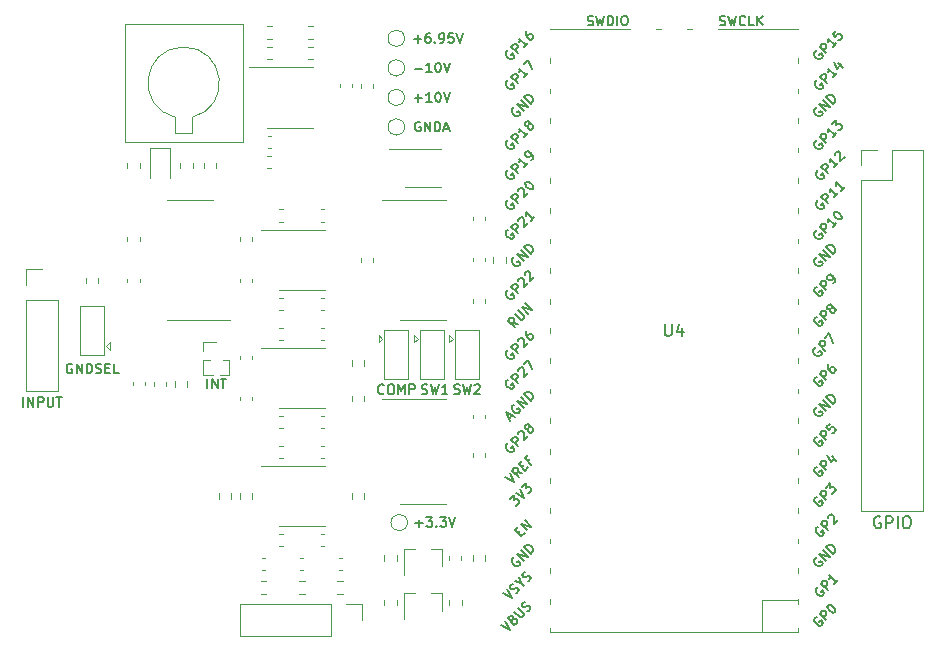
<source format=gbr>
%TF.GenerationSoftware,KiCad,Pcbnew,(5.1.10)-1*%
%TF.CreationDate,2021-08-08T16:35:40+05:30*%
%TF.ProjectId,Multislope IIA,4d756c74-6973-46c6-9f70-65204949412e,rev?*%
%TF.SameCoordinates,Original*%
%TF.FileFunction,Legend,Top*%
%TF.FilePolarity,Positive*%
%FSLAX46Y46*%
G04 Gerber Fmt 4.6, Leading zero omitted, Abs format (unit mm)*
G04 Created by KiCad (PCBNEW (5.1.10)-1) date 2021-08-08 16:35:40*
%MOMM*%
%LPD*%
G01*
G04 APERTURE LIST*
%ADD10C,0.120000*%
%ADD11C,0.150000*%
%ADD12C,0.152400*%
G04 APERTURE END LIST*
D10*
X121000000Y-74000000D02*
X131000000Y-74000000D01*
X121000000Y-84000000D02*
X121000000Y-74000000D01*
X131000000Y-84000000D02*
X121000000Y-84000000D01*
X131000000Y-74000000D02*
X131000000Y-84000000D01*
%TO.C,R22*%
X153272500Y-93762742D02*
X153272500Y-94237258D01*
X152227500Y-93762742D02*
X152227500Y-94237258D01*
%TO.C,J3*%
X183380000Y-84670000D02*
X184710000Y-84670000D01*
X183380000Y-86000000D02*
X183380000Y-84670000D01*
X185980000Y-84670000D02*
X188580000Y-84670000D01*
X185980000Y-87270000D02*
X185980000Y-84670000D01*
X183380000Y-87270000D02*
X185980000Y-87270000D01*
X188580000Y-84670000D02*
X188580000Y-115270000D01*
X183380000Y-87270000D02*
X183380000Y-115270000D01*
X183380000Y-115270000D02*
X188580000Y-115270000D01*
%TO.C,J1*%
X112670000Y-105080000D02*
X115330000Y-105080000D01*
X112670000Y-97400000D02*
X112670000Y-105080000D01*
X115330000Y-97400000D02*
X115330000Y-105080000D01*
X112670000Y-97400000D02*
X115330000Y-97400000D01*
X112670000Y-96130000D02*
X112670000Y-94800000D01*
X112670000Y-94800000D02*
X114000000Y-94800000D01*
%TO.C,R21*%
X118772500Y-95512742D02*
X118772500Y-95987258D01*
X117727500Y-95512742D02*
X117727500Y-95987258D01*
%TO.C,JP4*%
X119450000Y-101300000D02*
X119750000Y-101000000D01*
X119750000Y-101600000D02*
X119750000Y-101000000D01*
X119450000Y-101300000D02*
X119750000Y-101600000D01*
X119250000Y-102050000D02*
X117250000Y-102050000D01*
X119250000Y-97950000D02*
X119250000Y-102050000D01*
X117250000Y-97950000D02*
X119250000Y-97950000D01*
X117250000Y-102050000D02*
X117250000Y-97950000D01*
%TO.C,J5*%
X127640000Y-103715000D02*
X128442470Y-103715000D01*
X129057530Y-103715000D02*
X129860000Y-103715000D01*
X127640000Y-102510000D02*
X127640000Y-103715000D01*
X129860000Y-102510000D02*
X129860000Y-103715000D01*
X127640000Y-102510000D02*
X128186529Y-102510000D01*
X129313471Y-102510000D02*
X129860000Y-102510000D01*
X127640000Y-101750000D02*
X127640000Y-100990000D01*
X127640000Y-100990000D02*
X128750000Y-100990000D01*
%TO.C,TP5*%
X144700000Y-82750000D02*
G75*
G03*
X144700000Y-82750000I-700000J0D01*
G01*
%TO.C,R20*%
X128977500Y-113762742D02*
X128977500Y-114237258D01*
X130022500Y-113762742D02*
X130022500Y-114237258D01*
%TO.C,R19*%
X151522500Y-119487258D02*
X151522500Y-119012742D01*
X150477500Y-119487258D02*
X150477500Y-119012742D01*
%TO.C,R18*%
X131772500Y-114237258D02*
X131772500Y-113762742D01*
X130727500Y-114237258D02*
X130727500Y-113762742D01*
%TO.C,R17*%
X132512742Y-122272500D02*
X132987258Y-122272500D01*
X132512742Y-121227500D02*
X132987258Y-121227500D01*
%TO.C,R16*%
X135762742Y-122272500D02*
X136237258Y-122272500D01*
X135762742Y-121227500D02*
X136237258Y-121227500D01*
%TO.C,R15*%
X139012742Y-122272500D02*
X139487258Y-122272500D01*
X139012742Y-121227500D02*
X139487258Y-121227500D01*
%TO.C,R14*%
X142977500Y-122762742D02*
X142977500Y-123237258D01*
X144022500Y-122762742D02*
X144022500Y-123237258D01*
%TO.C,R13*%
X144022500Y-119487258D02*
X144022500Y-119012742D01*
X142977500Y-119487258D02*
X142977500Y-119012742D01*
%TO.C,R12*%
X149522500Y-123237258D02*
X149522500Y-122762742D01*
X148477500Y-123237258D02*
X148477500Y-122762742D01*
%TO.C,R11*%
X126272500Y-104737258D02*
X126272500Y-104262742D01*
X125227500Y-104737258D02*
X125227500Y-104262742D01*
%TO.C,R10*%
X141272500Y-114237258D02*
X141272500Y-113762742D01*
X140227500Y-114237258D02*
X140227500Y-113762742D01*
%TO.C,R9*%
X141272500Y-105987258D02*
X141272500Y-105512742D01*
X140227500Y-105987258D02*
X140227500Y-105512742D01*
%TO.C,R8*%
X141272500Y-102987258D02*
X141272500Y-102512742D01*
X140227500Y-102987258D02*
X140227500Y-102512742D01*
%TO.C,R7*%
X136987258Y-75977500D02*
X136512742Y-75977500D01*
X136987258Y-77022500D02*
X136512742Y-77022500D01*
%TO.C,R6*%
X136512742Y-75272500D02*
X136987258Y-75272500D01*
X136512742Y-74227500D02*
X136987258Y-74227500D01*
%TO.C,R5*%
X133012742Y-75272500D02*
X133487258Y-75272500D01*
X133012742Y-74227500D02*
X133487258Y-74227500D01*
%TO.C,R4*%
X133487258Y-75977500D02*
X133012742Y-75977500D01*
X133487258Y-77022500D02*
X133012742Y-77022500D01*
%TO.C,R3*%
X128772500Y-86237258D02*
X128772500Y-85762742D01*
X127727500Y-86237258D02*
X127727500Y-85762742D01*
%TO.C,R2*%
X126772500Y-86237258D02*
X126772500Y-85762742D01*
X125727500Y-86237258D02*
X125727500Y-85762742D01*
%TO.C,R1*%
X121227500Y-85762742D02*
X121227500Y-86237258D01*
X122272500Y-85762742D02*
X122272500Y-86237258D01*
%TO.C,FB15*%
X151510000Y-110700279D02*
X151510000Y-110374721D01*
X150490000Y-110700279D02*
X150490000Y-110374721D01*
%TO.C,FB14*%
X124510000Y-104662779D02*
X124510000Y-104337221D01*
X123490000Y-104662779D02*
X123490000Y-104337221D01*
%TO.C,FB13*%
X151510000Y-97662779D02*
X151510000Y-97337221D01*
X150490000Y-97662779D02*
X150490000Y-97337221D01*
%TO.C,FB12*%
X137587221Y-118260000D02*
X137912779Y-118260000D01*
X137587221Y-117240000D02*
X137912779Y-117240000D01*
%TO.C,FB11*%
X134087221Y-110760000D02*
X134412779Y-110760000D01*
X134087221Y-109740000D02*
X134412779Y-109740000D01*
%TO.C,FB10*%
X142010000Y-94162779D02*
X142010000Y-93837221D01*
X140990000Y-94162779D02*
X140990000Y-93837221D01*
%TO.C,FB9*%
X150490000Y-90337221D02*
X150490000Y-90662779D01*
X151510000Y-90337221D02*
X151510000Y-90662779D01*
%TO.C,FB8*%
X137587221Y-98260000D02*
X137912779Y-98260000D01*
X137587221Y-97240000D02*
X137912779Y-97240000D01*
%TO.C,FB7*%
X134087221Y-90760000D02*
X134412779Y-90760000D01*
X134087221Y-89740000D02*
X134412779Y-89740000D01*
%TO.C,FB6*%
X131760000Y-92412779D02*
X131760000Y-92087221D01*
X130740000Y-92412779D02*
X130740000Y-92087221D01*
%TO.C,FB5*%
X122260000Y-95912779D02*
X122260000Y-95587221D01*
X121240000Y-95912779D02*
X121240000Y-95587221D01*
%TO.C,FB4*%
X137587221Y-108260000D02*
X137912779Y-108260000D01*
X137587221Y-107240000D02*
X137912779Y-107240000D01*
%TO.C,FB3*%
X134087221Y-100760000D02*
X134412779Y-100760000D01*
X134087221Y-99740000D02*
X134412779Y-99740000D01*
%TO.C,FB2*%
X133087221Y-86260000D02*
X133412779Y-86260000D01*
X133087221Y-85240000D02*
X133412779Y-85240000D01*
%TO.C,FB1*%
X142010000Y-79412779D02*
X142010000Y-79087221D01*
X140990000Y-79412779D02*
X140990000Y-79087221D01*
%TO.C,C18*%
X150490000Y-107134420D02*
X150490000Y-107415580D01*
X151510000Y-107134420D02*
X151510000Y-107415580D01*
%TO.C,C17*%
X139109420Y-120260000D02*
X139390580Y-120260000D01*
X139109420Y-119240000D02*
X139390580Y-119240000D01*
%TO.C,C16*%
X135859420Y-120260000D02*
X136140580Y-120260000D01*
X135859420Y-119240000D02*
X136140580Y-119240000D01*
%TO.C,C15*%
X132609420Y-120260000D02*
X132890580Y-120260000D01*
X132609420Y-119240000D02*
X132890580Y-119240000D01*
%TO.C,C14*%
X149510000Y-119390580D02*
X149510000Y-119109420D01*
X148490000Y-119390580D02*
X148490000Y-119109420D01*
%TO.C,C13*%
X121740000Y-104359420D02*
X121740000Y-104640580D01*
X122760000Y-104359420D02*
X122760000Y-104640580D01*
%TO.C,C12*%
X134390580Y-117240000D02*
X134109420Y-117240000D01*
X134390580Y-118260000D02*
X134109420Y-118260000D01*
%TO.C,C11*%
X137890580Y-109740000D02*
X137609420Y-109740000D01*
X137890580Y-110760000D02*
X137609420Y-110760000D01*
%TO.C,C10*%
X151510000Y-94140580D02*
X151510000Y-93859420D01*
X150490000Y-94140580D02*
X150490000Y-93859420D01*
%TO.C,C8*%
X134390580Y-97240000D02*
X134109420Y-97240000D01*
X134390580Y-98260000D02*
X134109420Y-98260000D01*
%TO.C,C7*%
X137890580Y-89740000D02*
X137609420Y-89740000D01*
X137890580Y-90760000D02*
X137609420Y-90760000D01*
%TO.C,C6*%
X130740000Y-95609420D02*
X130740000Y-95890580D01*
X131760000Y-95609420D02*
X131760000Y-95890580D01*
%TO.C,C5*%
X121240000Y-92109420D02*
X121240000Y-92390580D01*
X122260000Y-92109420D02*
X122260000Y-92390580D01*
%TO.C,C4*%
X134390580Y-107240000D02*
X134109420Y-107240000D01*
X134390580Y-108260000D02*
X134109420Y-108260000D01*
%TO.C,C3*%
X137890580Y-99740000D02*
X137609420Y-99740000D01*
X137890580Y-100760000D02*
X137609420Y-100760000D01*
%TO.C,C2*%
X133109420Y-84510000D02*
X133390580Y-84510000D01*
X133109420Y-83490000D02*
X133390580Y-83490000D01*
%TO.C,C1*%
X140260000Y-79390580D02*
X140260000Y-79109420D01*
X139240000Y-79390580D02*
X139240000Y-79109420D01*
%TO.C,IC1*%
X126700000Y-83227754D02*
X126700000Y-81937754D01*
X125300000Y-83227754D02*
X126700000Y-83227754D01*
X125300000Y-81937754D02*
X125300000Y-83227754D01*
X126699757Y-81937812D02*
G75*
G03*
X125300000Y-81937754I-699757J2937812D01*
G01*
%TO.C,TP4*%
X144700000Y-75250000D02*
G75*
G03*
X144700000Y-75250000I-700000J0D01*
G01*
%TO.C,U9*%
X147830000Y-118490000D02*
X147830000Y-119950000D01*
X144670000Y-118490000D02*
X144670000Y-120650000D01*
X144670000Y-118490000D02*
X145600000Y-118490000D01*
X147830000Y-118490000D02*
X146900000Y-118490000D01*
%TO.C,U8*%
X136000000Y-111440000D02*
X132550000Y-111440000D01*
X136000000Y-111440000D02*
X137950000Y-111440000D01*
X136000000Y-116560000D02*
X134050000Y-116560000D01*
X136000000Y-116560000D02*
X137950000Y-116560000D01*
%TO.C,U7*%
X136000000Y-91440000D02*
X132550000Y-91440000D01*
X136000000Y-91440000D02*
X137950000Y-91440000D01*
X136000000Y-96560000D02*
X134050000Y-96560000D01*
X136000000Y-96560000D02*
X137950000Y-96560000D01*
%TO.C,U6*%
X136000000Y-101440000D02*
X132550000Y-101440000D01*
X136000000Y-101440000D02*
X137950000Y-101440000D01*
X136000000Y-106560000D02*
X134050000Y-106560000D01*
X136000000Y-106560000D02*
X137950000Y-106560000D01*
%TO.C,U5*%
X146250000Y-105815000D02*
X142800000Y-105815000D01*
X146250000Y-105815000D02*
X148200000Y-105815000D01*
X146250000Y-114685000D02*
X144300000Y-114685000D01*
X146250000Y-114685000D02*
X148200000Y-114685000D01*
%TO.C,U4*%
X166400000Y-74500000D02*
X166000000Y-74500000D01*
X169000000Y-74500000D02*
X168600000Y-74500000D01*
X157000000Y-74500000D02*
X163800000Y-74500000D01*
X157000000Y-84900000D02*
X157000000Y-84500000D01*
X157000000Y-92600000D02*
X157000000Y-92200000D01*
X157000000Y-118000000D02*
X157000000Y-117600000D01*
X157000000Y-125500000D02*
X157000000Y-125200000D01*
X157000000Y-102700000D02*
X157000000Y-102300000D01*
X157000000Y-87500000D02*
X157000000Y-87100000D01*
X157000000Y-107800000D02*
X157000000Y-107400000D01*
X157000000Y-112900000D02*
X157000000Y-112500000D01*
X157000000Y-100200000D02*
X157000000Y-99800000D01*
X157000000Y-95100000D02*
X157000000Y-94700000D01*
X157000000Y-79900000D02*
X157000000Y-79500000D01*
X157000000Y-77300000D02*
X157000000Y-76900000D01*
X157000000Y-82400000D02*
X157000000Y-82000000D01*
X157000000Y-115400000D02*
X157000000Y-115000000D01*
X157000000Y-123100000D02*
X157000000Y-122700000D01*
X157000000Y-120500000D02*
X157000000Y-120100000D01*
X157000000Y-90000000D02*
X157000000Y-89600000D01*
X157000000Y-97700000D02*
X157000000Y-97300000D01*
X157000000Y-105300000D02*
X157000000Y-104900000D01*
X157000000Y-110400000D02*
X157000000Y-110000000D01*
X178000000Y-77300000D02*
X178000000Y-76900000D01*
X178000000Y-79900000D02*
X178000000Y-79500000D01*
X178000000Y-82400000D02*
X178000000Y-82000000D01*
X178000000Y-84900000D02*
X178000000Y-84500000D01*
X178000000Y-87500000D02*
X178000000Y-87100000D01*
X178000000Y-90000000D02*
X178000000Y-89600000D01*
X178000000Y-92600000D02*
X178000000Y-92200000D01*
X178000000Y-95100000D02*
X178000000Y-94700000D01*
X178000000Y-97700000D02*
X178000000Y-97300000D01*
X178000000Y-100200000D02*
X178000000Y-99800000D01*
X178000000Y-102700000D02*
X178000000Y-102300000D01*
X178000000Y-105300000D02*
X178000000Y-104900000D01*
X178000000Y-107800000D02*
X178000000Y-107400000D01*
X178000000Y-110400000D02*
X178000000Y-110000000D01*
X178000000Y-112900000D02*
X178000000Y-112500000D01*
X178000000Y-115400000D02*
X178000000Y-115000000D01*
X178000000Y-118000000D02*
X178000000Y-117600000D01*
X178000000Y-120500000D02*
X178000000Y-120100000D01*
X178000000Y-123100000D02*
X178000000Y-122700000D01*
X178000000Y-125500000D02*
X178000000Y-125200000D01*
X174993000Y-122833000D02*
X174993000Y-125500000D01*
X178000000Y-122833000D02*
X174993000Y-122833000D01*
X171200000Y-74500000D02*
X178000000Y-74500000D01*
X178000000Y-125500000D02*
X157000000Y-125500000D01*
%TO.C,U3*%
X126500000Y-99060000D02*
X129950000Y-99060000D01*
X126500000Y-99060000D02*
X124550000Y-99060000D01*
X126500000Y-88940000D02*
X128450000Y-88940000D01*
X126500000Y-88940000D02*
X124550000Y-88940000D01*
%TO.C,U2*%
X146250000Y-88940000D02*
X142800000Y-88940000D01*
X146250000Y-88940000D02*
X148200000Y-88940000D01*
X146250000Y-99060000D02*
X144300000Y-99060000D01*
X146250000Y-99060000D02*
X148200000Y-99060000D01*
%TO.C,U1*%
X135000000Y-77690000D02*
X131550000Y-77690000D01*
X135000000Y-77690000D02*
X136950000Y-77690000D01*
X135000000Y-82810000D02*
X133050000Y-82810000D01*
X135000000Y-82810000D02*
X136950000Y-82810000D01*
%TO.C,TP3*%
X144700000Y-77750000D02*
G75*
G03*
X144700000Y-77750000I-700000J0D01*
G01*
%TO.C,TP2*%
X144700000Y-80250000D02*
G75*
G03*
X144700000Y-80250000I-700000J0D01*
G01*
%TO.C,TP1*%
X144950000Y-116250000D02*
G75*
G03*
X144950000Y-116250000I-700000J0D01*
G01*
%TO.C,RN1*%
X146250000Y-84640000D02*
X143375000Y-84640000D01*
X146250000Y-84640000D02*
X147750000Y-84640000D01*
X146250000Y-87860000D02*
X144750000Y-87860000D01*
X146250000Y-87860000D02*
X147750000Y-87860000D01*
%TO.C,Q1*%
X147830000Y-122240000D02*
X147830000Y-123700000D01*
X144670000Y-122240000D02*
X144670000Y-124400000D01*
X144670000Y-122240000D02*
X145600000Y-122240000D01*
X147830000Y-122240000D02*
X146900000Y-122240000D01*
%TO.C,JP3*%
X151000000Y-99950000D02*
X151000000Y-104050000D01*
X151000000Y-104050000D02*
X149000000Y-104050000D01*
X149000000Y-104050000D02*
X149000000Y-99950000D01*
X149000000Y-99950000D02*
X151000000Y-99950000D01*
X148800000Y-100700000D02*
X148500000Y-100400000D01*
X148500000Y-100400000D02*
X148500000Y-101000000D01*
X148800000Y-100700000D02*
X148500000Y-101000000D01*
%TO.C,JP2*%
X148000000Y-99950000D02*
X148000000Y-104050000D01*
X148000000Y-104050000D02*
X146000000Y-104050000D01*
X146000000Y-104050000D02*
X146000000Y-99950000D01*
X146000000Y-99950000D02*
X148000000Y-99950000D01*
X145800000Y-100700000D02*
X145500000Y-100400000D01*
X145500000Y-100400000D02*
X145500000Y-101000000D01*
X145800000Y-100700000D02*
X145500000Y-101000000D01*
%TO.C,JP1*%
X145000000Y-99950000D02*
X145000000Y-104050000D01*
X145000000Y-104050000D02*
X143000000Y-104050000D01*
X143000000Y-104050000D02*
X143000000Y-99950000D01*
X143000000Y-99950000D02*
X145000000Y-99950000D01*
X142800000Y-100700000D02*
X142500000Y-100400000D01*
X142500000Y-100400000D02*
X142500000Y-101000000D01*
X142800000Y-100700000D02*
X142500000Y-101000000D01*
%TO.C,J2*%
X141080000Y-123170000D02*
X141080000Y-124500000D01*
X139750000Y-123170000D02*
X141080000Y-123170000D01*
X138480000Y-123170000D02*
X138480000Y-125830000D01*
X138480000Y-125830000D02*
X130800000Y-125830000D01*
X138480000Y-123170000D02*
X130800000Y-123170000D01*
X130800000Y-123170000D02*
X130800000Y-125830000D01*
%TO.C,D1*%
X124850000Y-84500000D02*
X124850000Y-87050000D01*
X123150000Y-84500000D02*
X123150000Y-87050000D01*
X124850000Y-84500000D02*
X123150000Y-84500000D01*
%TO.C,C19*%
X131760000Y-105890580D02*
X131760000Y-105609420D01*
X130740000Y-105890580D02*
X130740000Y-105609420D01*
%TO.C,C9*%
X130740000Y-102109420D02*
X130740000Y-102390580D01*
X131760000Y-102109420D02*
X131760000Y-102390580D01*
%TO.C,J3*%
D11*
X184980000Y-115770000D02*
X184884761Y-115722380D01*
X184741904Y-115722380D01*
X184599047Y-115770000D01*
X184503809Y-115865238D01*
X184456190Y-115960476D01*
X184408571Y-116150952D01*
X184408571Y-116293809D01*
X184456190Y-116484285D01*
X184503809Y-116579523D01*
X184599047Y-116674761D01*
X184741904Y-116722380D01*
X184837142Y-116722380D01*
X184980000Y-116674761D01*
X185027619Y-116627142D01*
X185027619Y-116293809D01*
X184837142Y-116293809D01*
X185456190Y-116722380D02*
X185456190Y-115722380D01*
X185837142Y-115722380D01*
X185932380Y-115770000D01*
X185980000Y-115817619D01*
X186027619Y-115912857D01*
X186027619Y-116055714D01*
X185980000Y-116150952D01*
X185932380Y-116198571D01*
X185837142Y-116246190D01*
X185456190Y-116246190D01*
X186456190Y-116722380D02*
X186456190Y-115722380D01*
X187122857Y-115722380D02*
X187313333Y-115722380D01*
X187408571Y-115770000D01*
X187503809Y-115865238D01*
X187551428Y-116055714D01*
X187551428Y-116389047D01*
X187503809Y-116579523D01*
X187408571Y-116674761D01*
X187313333Y-116722380D01*
X187122857Y-116722380D01*
X187027619Y-116674761D01*
X186932380Y-116579523D01*
X186884761Y-116389047D01*
X186884761Y-116055714D01*
X186932380Y-115865238D01*
X187027619Y-115770000D01*
X187122857Y-115722380D01*
%TO.C,J1*%
D12*
X112432457Y-106447695D02*
X112432457Y-105634895D01*
X112819504Y-106447695D02*
X112819504Y-105634895D01*
X113283961Y-106447695D01*
X113283961Y-105634895D01*
X113671009Y-106447695D02*
X113671009Y-105634895D01*
X113980647Y-105634895D01*
X114058057Y-105673600D01*
X114096761Y-105712304D01*
X114135466Y-105789714D01*
X114135466Y-105905828D01*
X114096761Y-105983238D01*
X114058057Y-106021942D01*
X113980647Y-106060647D01*
X113671009Y-106060647D01*
X114483809Y-105634895D02*
X114483809Y-106292876D01*
X114522514Y-106370285D01*
X114561219Y-106408990D01*
X114638628Y-106447695D01*
X114793447Y-106447695D01*
X114870857Y-106408990D01*
X114909561Y-106370285D01*
X114948266Y-106292876D01*
X114948266Y-105634895D01*
X115219200Y-105634895D02*
X115683657Y-105634895D01*
X115451428Y-106447695D02*
X115451428Y-105634895D01*
%TO.C,JP4*%
X116546990Y-102843600D02*
X116469580Y-102804895D01*
X116353466Y-102804895D01*
X116237352Y-102843600D01*
X116159942Y-102921009D01*
X116121238Y-102998419D01*
X116082533Y-103153238D01*
X116082533Y-103269352D01*
X116121238Y-103424171D01*
X116159942Y-103501580D01*
X116237352Y-103578990D01*
X116353466Y-103617695D01*
X116430876Y-103617695D01*
X116546990Y-103578990D01*
X116585695Y-103540285D01*
X116585695Y-103269352D01*
X116430876Y-103269352D01*
X116934038Y-103617695D02*
X116934038Y-102804895D01*
X117398495Y-103617695D01*
X117398495Y-102804895D01*
X117785542Y-103617695D02*
X117785542Y-102804895D01*
X117979066Y-102804895D01*
X118095180Y-102843600D01*
X118172590Y-102921009D01*
X118211295Y-102998419D01*
X118250000Y-103153238D01*
X118250000Y-103269352D01*
X118211295Y-103424171D01*
X118172590Y-103501580D01*
X118095180Y-103578990D01*
X117979066Y-103617695D01*
X117785542Y-103617695D01*
X118559638Y-103578990D02*
X118675752Y-103617695D01*
X118869276Y-103617695D01*
X118946685Y-103578990D01*
X118985390Y-103540285D01*
X119024095Y-103462876D01*
X119024095Y-103385466D01*
X118985390Y-103308057D01*
X118946685Y-103269352D01*
X118869276Y-103230647D01*
X118714457Y-103191942D01*
X118637047Y-103153238D01*
X118598342Y-103114533D01*
X118559638Y-103037123D01*
X118559638Y-102959714D01*
X118598342Y-102882304D01*
X118637047Y-102843600D01*
X118714457Y-102804895D01*
X118907980Y-102804895D01*
X119024095Y-102843600D01*
X119372438Y-103191942D02*
X119643371Y-103191942D01*
X119759485Y-103617695D02*
X119372438Y-103617695D01*
X119372438Y-102804895D01*
X119759485Y-102804895D01*
X120494876Y-103617695D02*
X120107828Y-103617695D01*
X120107828Y-102804895D01*
%TO.C,J5*%
X128014609Y-104867695D02*
X128014609Y-104054895D01*
X128401657Y-104867695D02*
X128401657Y-104054895D01*
X128866114Y-104867695D01*
X128866114Y-104054895D01*
X129137047Y-104054895D02*
X129601504Y-104054895D01*
X129369276Y-104867695D02*
X129369276Y-104054895D01*
%TO.C,TP5*%
X146032380Y-82343600D02*
X145954971Y-82304895D01*
X145838857Y-82304895D01*
X145722742Y-82343600D01*
X145645333Y-82421009D01*
X145606628Y-82498419D01*
X145567923Y-82653238D01*
X145567923Y-82769352D01*
X145606628Y-82924171D01*
X145645333Y-83001580D01*
X145722742Y-83078990D01*
X145838857Y-83117695D01*
X145916266Y-83117695D01*
X146032380Y-83078990D01*
X146071085Y-83040285D01*
X146071085Y-82769352D01*
X145916266Y-82769352D01*
X146419428Y-83117695D02*
X146419428Y-82304895D01*
X146883885Y-83117695D01*
X146883885Y-82304895D01*
X147270933Y-83117695D02*
X147270933Y-82304895D01*
X147464457Y-82304895D01*
X147580571Y-82343600D01*
X147657980Y-82421009D01*
X147696685Y-82498419D01*
X147735390Y-82653238D01*
X147735390Y-82769352D01*
X147696685Y-82924171D01*
X147657980Y-83001580D01*
X147580571Y-83078990D01*
X147464457Y-83117695D01*
X147270933Y-83117695D01*
X148045028Y-82885466D02*
X148432076Y-82885466D01*
X147967619Y-83117695D02*
X148238552Y-82304895D01*
X148509485Y-83117695D01*
%TO.C,TP4*%
X145487352Y-75308057D02*
X146106628Y-75308057D01*
X145796990Y-75617695D02*
X145796990Y-74998419D01*
X146842019Y-74804895D02*
X146687200Y-74804895D01*
X146609790Y-74843600D01*
X146571085Y-74882304D01*
X146493676Y-74998419D01*
X146454971Y-75153238D01*
X146454971Y-75462876D01*
X146493676Y-75540285D01*
X146532380Y-75578990D01*
X146609790Y-75617695D01*
X146764609Y-75617695D01*
X146842019Y-75578990D01*
X146880723Y-75540285D01*
X146919428Y-75462876D01*
X146919428Y-75269352D01*
X146880723Y-75191942D01*
X146842019Y-75153238D01*
X146764609Y-75114533D01*
X146609790Y-75114533D01*
X146532380Y-75153238D01*
X146493676Y-75191942D01*
X146454971Y-75269352D01*
X147267771Y-75540285D02*
X147306476Y-75578990D01*
X147267771Y-75617695D01*
X147229066Y-75578990D01*
X147267771Y-75540285D01*
X147267771Y-75617695D01*
X147693523Y-75617695D02*
X147848342Y-75617695D01*
X147925752Y-75578990D01*
X147964457Y-75540285D01*
X148041866Y-75424171D01*
X148080571Y-75269352D01*
X148080571Y-74959714D01*
X148041866Y-74882304D01*
X148003161Y-74843600D01*
X147925752Y-74804895D01*
X147770933Y-74804895D01*
X147693523Y-74843600D01*
X147654819Y-74882304D01*
X147616114Y-74959714D01*
X147616114Y-75153238D01*
X147654819Y-75230647D01*
X147693523Y-75269352D01*
X147770933Y-75308057D01*
X147925752Y-75308057D01*
X148003161Y-75269352D01*
X148041866Y-75230647D01*
X148080571Y-75153238D01*
X148815961Y-74804895D02*
X148428914Y-74804895D01*
X148390209Y-75191942D01*
X148428914Y-75153238D01*
X148506323Y-75114533D01*
X148699847Y-75114533D01*
X148777257Y-75153238D01*
X148815961Y-75191942D01*
X148854666Y-75269352D01*
X148854666Y-75462876D01*
X148815961Y-75540285D01*
X148777257Y-75578990D01*
X148699847Y-75617695D01*
X148506323Y-75617695D01*
X148428914Y-75578990D01*
X148390209Y-75540285D01*
X149086895Y-74804895D02*
X149357828Y-75617695D01*
X149628761Y-74804895D01*
%TO.C,U4*%
D11*
X166738095Y-99452380D02*
X166738095Y-100261904D01*
X166785714Y-100357142D01*
X166833333Y-100404761D01*
X166928571Y-100452380D01*
X167119047Y-100452380D01*
X167214285Y-100404761D01*
X167261904Y-100357142D01*
X167309523Y-100261904D01*
X167309523Y-99452380D01*
X168214285Y-99785714D02*
X168214285Y-100452380D01*
X167976190Y-99404761D02*
X167738095Y-100119047D01*
X168357142Y-100119047D01*
X160204761Y-74123809D02*
X160319047Y-74161904D01*
X160509523Y-74161904D01*
X160585714Y-74123809D01*
X160623809Y-74085714D01*
X160661904Y-74009523D01*
X160661904Y-73933333D01*
X160623809Y-73857142D01*
X160585714Y-73819047D01*
X160509523Y-73780952D01*
X160357142Y-73742857D01*
X160280952Y-73704761D01*
X160242857Y-73666666D01*
X160204761Y-73590476D01*
X160204761Y-73514285D01*
X160242857Y-73438095D01*
X160280952Y-73400000D01*
X160357142Y-73361904D01*
X160547619Y-73361904D01*
X160661904Y-73400000D01*
X160928571Y-73361904D02*
X161119047Y-74161904D01*
X161271428Y-73590476D01*
X161423809Y-74161904D01*
X161614285Y-73361904D01*
X161919047Y-74161904D02*
X161919047Y-73361904D01*
X162109523Y-73361904D01*
X162223809Y-73400000D01*
X162300000Y-73476190D01*
X162338095Y-73552380D01*
X162376190Y-73704761D01*
X162376190Y-73819047D01*
X162338095Y-73971428D01*
X162300000Y-74047619D01*
X162223809Y-74123809D01*
X162109523Y-74161904D01*
X161919047Y-74161904D01*
X162719047Y-74161904D02*
X162719047Y-73361904D01*
X163252380Y-73361904D02*
X163404761Y-73361904D01*
X163480952Y-73400000D01*
X163557142Y-73476190D01*
X163595238Y-73628571D01*
X163595238Y-73895238D01*
X163557142Y-74047619D01*
X163480952Y-74123809D01*
X163404761Y-74161904D01*
X163252380Y-74161904D01*
X163176190Y-74123809D01*
X163100000Y-74047619D01*
X163061904Y-73895238D01*
X163061904Y-73628571D01*
X163100000Y-73476190D01*
X163176190Y-73400000D01*
X163252380Y-73361904D01*
X171390476Y-74123809D02*
X171504761Y-74161904D01*
X171695238Y-74161904D01*
X171771428Y-74123809D01*
X171809523Y-74085714D01*
X171847619Y-74009523D01*
X171847619Y-73933333D01*
X171809523Y-73857142D01*
X171771428Y-73819047D01*
X171695238Y-73780952D01*
X171542857Y-73742857D01*
X171466666Y-73704761D01*
X171428571Y-73666666D01*
X171390476Y-73590476D01*
X171390476Y-73514285D01*
X171428571Y-73438095D01*
X171466666Y-73400000D01*
X171542857Y-73361904D01*
X171733333Y-73361904D01*
X171847619Y-73400000D01*
X172114285Y-73361904D02*
X172304761Y-74161904D01*
X172457142Y-73590476D01*
X172609523Y-74161904D01*
X172800000Y-73361904D01*
X173561904Y-74085714D02*
X173523809Y-74123809D01*
X173409523Y-74161904D01*
X173333333Y-74161904D01*
X173219047Y-74123809D01*
X173142857Y-74047619D01*
X173104761Y-73971428D01*
X173066666Y-73819047D01*
X173066666Y-73704761D01*
X173104761Y-73552380D01*
X173142857Y-73476190D01*
X173219047Y-73400000D01*
X173333333Y-73361904D01*
X173409523Y-73361904D01*
X173523809Y-73400000D01*
X173561904Y-73438095D01*
X174285714Y-74161904D02*
X173904761Y-74161904D01*
X173904761Y-73361904D01*
X174552380Y-74161904D02*
X174552380Y-73361904D01*
X175009523Y-74161904D02*
X174666666Y-73704761D01*
X175009523Y-73361904D02*
X174552380Y-73819047D01*
X153543597Y-107440964D02*
X153812971Y-107171590D01*
X153651346Y-107656463D02*
X153274223Y-106902216D01*
X154028470Y-107279340D01*
X153974595Y-106255719D02*
X153893783Y-106282656D01*
X153812971Y-106363468D01*
X153759096Y-106471218D01*
X153759096Y-106578967D01*
X153786033Y-106659780D01*
X153866845Y-106794467D01*
X153947658Y-106875279D01*
X154082345Y-106956091D01*
X154163157Y-106983028D01*
X154270906Y-106983028D01*
X154378656Y-106929154D01*
X154432531Y-106875279D01*
X154486406Y-106767529D01*
X154486406Y-106713654D01*
X154297844Y-106525093D01*
X154190094Y-106632842D01*
X154782717Y-106525093D02*
X154217032Y-105959407D01*
X155105966Y-106201844D01*
X154540280Y-105636158D01*
X155375340Y-105932470D02*
X154809654Y-105366784D01*
X154944341Y-105232097D01*
X155052091Y-105178223D01*
X155159841Y-105178223D01*
X155240653Y-105205160D01*
X155375340Y-105285972D01*
X155456152Y-105366784D01*
X155536964Y-105501471D01*
X155563902Y-105582284D01*
X155563902Y-105690033D01*
X155510027Y-105797783D01*
X155375340Y-105932470D01*
X153986158Y-119198155D02*
X153905346Y-119225093D01*
X153824534Y-119305905D01*
X153770659Y-119413654D01*
X153770659Y-119521404D01*
X153797597Y-119602216D01*
X153878409Y-119736903D01*
X153959221Y-119817715D01*
X154093908Y-119898528D01*
X154174720Y-119925465D01*
X154282470Y-119925465D01*
X154390219Y-119871590D01*
X154444094Y-119817715D01*
X154497969Y-119709966D01*
X154497969Y-119656091D01*
X154309407Y-119467529D01*
X154201658Y-119575279D01*
X154794280Y-119467529D02*
X154228595Y-118901844D01*
X155117529Y-119144280D01*
X154551844Y-118578595D01*
X155386903Y-118874906D02*
X154821218Y-118309221D01*
X154955905Y-118174534D01*
X155063654Y-118120659D01*
X155171404Y-118120659D01*
X155252216Y-118147597D01*
X155386903Y-118228409D01*
X155467715Y-118309221D01*
X155548528Y-118443908D01*
X155575465Y-118524720D01*
X155575465Y-118632470D01*
X155521590Y-118740219D01*
X155386903Y-118874906D01*
X153986158Y-93798155D02*
X153905346Y-93825093D01*
X153824534Y-93905905D01*
X153770659Y-94013654D01*
X153770659Y-94121404D01*
X153797597Y-94202216D01*
X153878409Y-94336903D01*
X153959221Y-94417715D01*
X154093908Y-94498528D01*
X154174720Y-94525465D01*
X154282470Y-94525465D01*
X154390219Y-94471590D01*
X154444094Y-94417715D01*
X154497969Y-94309966D01*
X154497969Y-94256091D01*
X154309407Y-94067529D01*
X154201658Y-94175279D01*
X154794280Y-94067529D02*
X154228595Y-93501844D01*
X155117529Y-93744280D01*
X154551844Y-93178595D01*
X155386903Y-93474906D02*
X154821218Y-92909221D01*
X154955905Y-92774534D01*
X155063654Y-92720659D01*
X155171404Y-92720659D01*
X155252216Y-92747597D01*
X155386903Y-92828409D01*
X155467715Y-92909221D01*
X155548528Y-93043908D01*
X155575465Y-93124720D01*
X155575465Y-93232470D01*
X155521590Y-93340219D01*
X155386903Y-93474906D01*
X153986158Y-81098155D02*
X153905346Y-81125093D01*
X153824534Y-81205905D01*
X153770659Y-81313654D01*
X153770659Y-81421404D01*
X153797597Y-81502216D01*
X153878409Y-81636903D01*
X153959221Y-81717715D01*
X154093908Y-81798528D01*
X154174720Y-81825465D01*
X154282470Y-81825465D01*
X154390219Y-81771590D01*
X154444094Y-81717715D01*
X154497969Y-81609966D01*
X154497969Y-81556091D01*
X154309407Y-81367529D01*
X154201658Y-81475279D01*
X154794280Y-81367529D02*
X154228595Y-80801844D01*
X155117529Y-81044280D01*
X154551844Y-80478595D01*
X155386903Y-80774906D02*
X154821218Y-80209221D01*
X154955905Y-80074534D01*
X155063654Y-80020659D01*
X155171404Y-80020659D01*
X155252216Y-80047597D01*
X155386903Y-80128409D01*
X155467715Y-80209221D01*
X155548528Y-80343908D01*
X155575465Y-80424720D01*
X155575465Y-80532470D01*
X155521590Y-80640219D01*
X155386903Y-80774906D01*
X179586158Y-81098155D02*
X179505346Y-81125093D01*
X179424534Y-81205905D01*
X179370659Y-81313654D01*
X179370659Y-81421404D01*
X179397597Y-81502216D01*
X179478409Y-81636903D01*
X179559221Y-81717715D01*
X179693908Y-81798528D01*
X179774720Y-81825465D01*
X179882470Y-81825465D01*
X179990219Y-81771590D01*
X180044094Y-81717715D01*
X180097969Y-81609966D01*
X180097969Y-81556091D01*
X179909407Y-81367529D01*
X179801658Y-81475279D01*
X180394280Y-81367529D02*
X179828595Y-80801844D01*
X180717529Y-81044280D01*
X180151844Y-80478595D01*
X180986903Y-80774906D02*
X180421218Y-80209221D01*
X180555905Y-80074534D01*
X180663654Y-80020659D01*
X180771404Y-80020659D01*
X180852216Y-80047597D01*
X180986903Y-80128409D01*
X181067715Y-80209221D01*
X181148528Y-80343908D01*
X181175465Y-80424720D01*
X181175465Y-80532470D01*
X181121590Y-80640219D01*
X180986903Y-80774906D01*
X179586158Y-93798155D02*
X179505346Y-93825093D01*
X179424534Y-93905905D01*
X179370659Y-94013654D01*
X179370659Y-94121404D01*
X179397597Y-94202216D01*
X179478409Y-94336903D01*
X179559221Y-94417715D01*
X179693908Y-94498528D01*
X179774720Y-94525465D01*
X179882470Y-94525465D01*
X179990219Y-94471590D01*
X180044094Y-94417715D01*
X180097969Y-94309966D01*
X180097969Y-94256091D01*
X179909407Y-94067529D01*
X179801658Y-94175279D01*
X180394280Y-94067529D02*
X179828595Y-93501844D01*
X180717529Y-93744280D01*
X180151844Y-93178595D01*
X180986903Y-93474906D02*
X180421218Y-92909221D01*
X180555905Y-92774534D01*
X180663654Y-92720659D01*
X180771404Y-92720659D01*
X180852216Y-92747597D01*
X180986903Y-92828409D01*
X181067715Y-92909221D01*
X181148528Y-93043908D01*
X181175465Y-93124720D01*
X181175465Y-93232470D01*
X181121590Y-93340219D01*
X180986903Y-93474906D01*
X179586158Y-106498155D02*
X179505346Y-106525093D01*
X179424534Y-106605905D01*
X179370659Y-106713654D01*
X179370659Y-106821404D01*
X179397597Y-106902216D01*
X179478409Y-107036903D01*
X179559221Y-107117715D01*
X179693908Y-107198528D01*
X179774720Y-107225465D01*
X179882470Y-107225465D01*
X179990219Y-107171590D01*
X180044094Y-107117715D01*
X180097969Y-107009966D01*
X180097969Y-106956091D01*
X179909407Y-106767529D01*
X179801658Y-106875279D01*
X180394280Y-106767529D02*
X179828595Y-106201844D01*
X180717529Y-106444280D01*
X180151844Y-105878595D01*
X180986903Y-106174906D02*
X180421218Y-105609221D01*
X180555905Y-105474534D01*
X180663654Y-105420659D01*
X180771404Y-105420659D01*
X180852216Y-105447597D01*
X180986903Y-105528409D01*
X181067715Y-105609221D01*
X181148528Y-105743908D01*
X181175465Y-105824720D01*
X181175465Y-105932470D01*
X181121590Y-106040219D01*
X180986903Y-106174906D01*
X179586158Y-119198155D02*
X179505346Y-119225093D01*
X179424534Y-119305905D01*
X179370659Y-119413654D01*
X179370659Y-119521404D01*
X179397597Y-119602216D01*
X179478409Y-119736903D01*
X179559221Y-119817715D01*
X179693908Y-119898528D01*
X179774720Y-119925465D01*
X179882470Y-119925465D01*
X179990219Y-119871590D01*
X180044094Y-119817715D01*
X180097969Y-119709966D01*
X180097969Y-119656091D01*
X179909407Y-119467529D01*
X179801658Y-119575279D01*
X180394280Y-119467529D02*
X179828595Y-118901844D01*
X180717529Y-119144280D01*
X180151844Y-118578595D01*
X180986903Y-118874906D02*
X180421218Y-118309221D01*
X180555905Y-118174534D01*
X180663654Y-118120659D01*
X180771404Y-118120659D01*
X180852216Y-118147597D01*
X180986903Y-118228409D01*
X181067715Y-118309221D01*
X181148528Y-118443908D01*
X181175465Y-118524720D01*
X181175465Y-118632470D01*
X181121590Y-118740219D01*
X180986903Y-118874906D01*
X152853129Y-124927309D02*
X153607377Y-125304433D01*
X153230253Y-124550186D01*
X153876751Y-124442436D02*
X153984500Y-124388561D01*
X154038375Y-124388561D01*
X154119187Y-124415499D01*
X154200000Y-124496311D01*
X154226937Y-124577123D01*
X154226937Y-124630998D01*
X154200000Y-124711810D01*
X153984500Y-124927309D01*
X153418815Y-124361624D01*
X153607377Y-124173062D01*
X153688189Y-124146125D01*
X153742064Y-124146125D01*
X153822876Y-124173062D01*
X153876751Y-124226937D01*
X153903688Y-124307749D01*
X153903688Y-124361624D01*
X153876751Y-124442436D01*
X153688189Y-124630998D01*
X153984500Y-123795938D02*
X154442436Y-124253874D01*
X154523248Y-124280812D01*
X154577123Y-124280812D01*
X154657935Y-124253874D01*
X154765685Y-124146125D01*
X154792622Y-124065312D01*
X154792622Y-124011438D01*
X154765685Y-123930625D01*
X154307749Y-123472690D01*
X155088934Y-123769001D02*
X155196683Y-123715126D01*
X155331370Y-123580439D01*
X155358308Y-123499627D01*
X155358308Y-123445752D01*
X155331370Y-123364940D01*
X155277496Y-123311065D01*
X155196683Y-123284128D01*
X155142809Y-123284128D01*
X155061996Y-123311065D01*
X154927309Y-123391877D01*
X154846497Y-123418815D01*
X154792622Y-123418815D01*
X154711810Y-123391877D01*
X154657935Y-123338003D01*
X154630998Y-123257190D01*
X154630998Y-123203316D01*
X154657935Y-123122503D01*
X154792622Y-122987816D01*
X154900372Y-122933942D01*
X153020473Y-122249966D02*
X153774720Y-122627089D01*
X153397597Y-121872842D01*
X154097969Y-122249966D02*
X154205719Y-122196091D01*
X154340406Y-122061404D01*
X154367343Y-121980592D01*
X154367343Y-121926717D01*
X154340406Y-121845905D01*
X154286531Y-121792030D01*
X154205719Y-121765093D01*
X154151844Y-121765093D01*
X154071032Y-121792030D01*
X153936345Y-121872842D01*
X153855532Y-121899780D01*
X153801658Y-121899780D01*
X153720845Y-121872842D01*
X153666971Y-121818967D01*
X153640033Y-121738155D01*
X153640033Y-121684280D01*
X153666971Y-121603468D01*
X153801658Y-121468781D01*
X153909407Y-121414906D01*
X154528967Y-121334094D02*
X154798341Y-121603468D01*
X154044094Y-121226345D02*
X154528967Y-121334094D01*
X154421218Y-120849221D01*
X155121590Y-121226345D02*
X155229340Y-121172470D01*
X155364027Y-121037783D01*
X155390964Y-120956971D01*
X155390964Y-120903096D01*
X155364027Y-120822284D01*
X155310152Y-120768409D01*
X155229340Y-120741471D01*
X155175465Y-120741471D01*
X155094653Y-120768409D01*
X154959966Y-120849221D01*
X154879154Y-120876158D01*
X154825279Y-120876158D01*
X154744467Y-120849221D01*
X154690592Y-120795346D01*
X154663654Y-120714534D01*
X154663654Y-120660659D01*
X154690592Y-120579847D01*
X154825279Y-120445160D01*
X154933028Y-120391285D01*
X154292064Y-117127123D02*
X154480625Y-116938561D01*
X154857749Y-117154061D02*
X154588375Y-117423435D01*
X154022690Y-116857749D01*
X154292064Y-116588375D01*
X155100186Y-116911624D02*
X154534500Y-116345938D01*
X155423435Y-116588375D01*
X154857749Y-116022690D01*
X153589847Y-114290592D02*
X153940033Y-113940406D01*
X153966971Y-114344467D01*
X154047783Y-114263654D01*
X154128595Y-114236717D01*
X154182470Y-114236717D01*
X154263282Y-114263654D01*
X154397969Y-114398341D01*
X154424906Y-114479154D01*
X154424906Y-114533028D01*
X154397969Y-114613841D01*
X154236345Y-114775465D01*
X154155532Y-114802402D01*
X154101658Y-114802402D01*
X154101658Y-113778781D02*
X154855905Y-114155905D01*
X154478781Y-113401658D01*
X154613468Y-113266971D02*
X154963654Y-112916784D01*
X154990592Y-113320845D01*
X155071404Y-113240033D01*
X155152216Y-113213096D01*
X155206091Y-113213096D01*
X155286903Y-113240033D01*
X155421590Y-113374720D01*
X155448528Y-113455532D01*
X155448528Y-113509407D01*
X155421590Y-113590219D01*
X155259966Y-113751844D01*
X155179154Y-113778781D01*
X155125279Y-113778781D01*
X153220473Y-112409966D02*
X153974720Y-112787089D01*
X153597597Y-112032842D01*
X154675093Y-112086717D02*
X154217157Y-112005905D01*
X154351844Y-112409966D02*
X153786158Y-111844280D01*
X154001658Y-111628781D01*
X154082470Y-111601844D01*
X154136345Y-111601844D01*
X154217157Y-111628781D01*
X154297969Y-111709593D01*
X154324906Y-111790406D01*
X154324906Y-111844280D01*
X154297969Y-111925093D01*
X154082470Y-112140592D01*
X154621218Y-111547969D02*
X154809780Y-111359407D01*
X155186903Y-111574906D02*
X154917529Y-111844280D01*
X154351844Y-111278595D01*
X154621218Y-111009221D01*
X155321590Y-110847597D02*
X155133028Y-111036158D01*
X155429340Y-111332470D02*
X154863654Y-110766784D01*
X155133028Y-110497410D01*
X153489722Y-109534592D02*
X153408910Y-109561529D01*
X153328097Y-109642341D01*
X153274223Y-109750091D01*
X153274223Y-109857841D01*
X153301160Y-109938653D01*
X153381972Y-110073340D01*
X153462784Y-110154152D01*
X153597471Y-110234964D01*
X153678284Y-110261902D01*
X153786033Y-110261902D01*
X153893783Y-110208027D01*
X153947658Y-110154152D01*
X154001532Y-110046402D01*
X154001532Y-109992528D01*
X153812971Y-109803966D01*
X153705221Y-109911715D01*
X154297844Y-109803966D02*
X153732158Y-109238280D01*
X153947658Y-109022781D01*
X154028470Y-108995844D01*
X154082345Y-108995844D01*
X154163157Y-109022781D01*
X154243969Y-109103593D01*
X154270906Y-109184406D01*
X154270906Y-109238280D01*
X154243969Y-109319093D01*
X154028470Y-109534592D01*
X154324781Y-108753407D02*
X154324781Y-108699532D01*
X154351719Y-108618720D01*
X154486406Y-108484033D01*
X154567218Y-108457096D01*
X154621093Y-108457096D01*
X154701905Y-108484033D01*
X154755780Y-108537908D01*
X154809654Y-108645658D01*
X154809654Y-109292155D01*
X155159841Y-108941969D01*
X155159841Y-108295471D02*
X155079028Y-108322409D01*
X155025154Y-108322409D01*
X154944341Y-108295471D01*
X154917404Y-108268534D01*
X154890467Y-108187722D01*
X154890467Y-108133847D01*
X154917404Y-108053035D01*
X155025154Y-107945285D01*
X155105966Y-107918348D01*
X155159841Y-107918348D01*
X155240653Y-107945285D01*
X155267590Y-107972223D01*
X155294528Y-108053035D01*
X155294528Y-108106910D01*
X155267590Y-108187722D01*
X155159841Y-108295471D01*
X155132903Y-108376284D01*
X155132903Y-108430158D01*
X155159841Y-108510971D01*
X155267590Y-108618720D01*
X155348402Y-108645658D01*
X155402277Y-108645658D01*
X155483089Y-108618720D01*
X155590839Y-108510971D01*
X155617776Y-108430158D01*
X155617776Y-108376284D01*
X155590839Y-108295471D01*
X155483089Y-108187722D01*
X155402277Y-108160784D01*
X155348402Y-108160784D01*
X155267590Y-108187722D01*
X153489722Y-104190592D02*
X153408910Y-104217529D01*
X153328097Y-104298341D01*
X153274223Y-104406091D01*
X153274223Y-104513841D01*
X153301160Y-104594653D01*
X153381972Y-104729340D01*
X153462784Y-104810152D01*
X153597471Y-104890964D01*
X153678284Y-104917902D01*
X153786033Y-104917902D01*
X153893783Y-104864027D01*
X153947658Y-104810152D01*
X154001532Y-104702402D01*
X154001532Y-104648528D01*
X153812971Y-104459966D01*
X153705221Y-104567715D01*
X154297844Y-104459966D02*
X153732158Y-103894280D01*
X153947658Y-103678781D01*
X154028470Y-103651844D01*
X154082345Y-103651844D01*
X154163157Y-103678781D01*
X154243969Y-103759593D01*
X154270906Y-103840406D01*
X154270906Y-103894280D01*
X154243969Y-103975093D01*
X154028470Y-104190592D01*
X154324781Y-103409407D02*
X154324781Y-103355532D01*
X154351719Y-103274720D01*
X154486406Y-103140033D01*
X154567218Y-103113096D01*
X154621093Y-103113096D01*
X154701905Y-103140033D01*
X154755780Y-103193908D01*
X154809654Y-103301658D01*
X154809654Y-103948155D01*
X155159841Y-103597969D01*
X154782717Y-102843722D02*
X155159841Y-102466598D01*
X155483089Y-103274720D01*
X153489722Y-101660592D02*
X153408910Y-101687529D01*
X153328097Y-101768341D01*
X153274223Y-101876091D01*
X153274223Y-101983841D01*
X153301160Y-102064653D01*
X153381972Y-102199340D01*
X153462784Y-102280152D01*
X153597471Y-102360964D01*
X153678284Y-102387902D01*
X153786033Y-102387902D01*
X153893783Y-102334027D01*
X153947658Y-102280152D01*
X154001532Y-102172402D01*
X154001532Y-102118528D01*
X153812971Y-101929966D01*
X153705221Y-102037715D01*
X154297844Y-101929966D02*
X153732158Y-101364280D01*
X153947658Y-101148781D01*
X154028470Y-101121844D01*
X154082345Y-101121844D01*
X154163157Y-101148781D01*
X154243969Y-101229593D01*
X154270906Y-101310406D01*
X154270906Y-101364280D01*
X154243969Y-101445093D01*
X154028470Y-101660592D01*
X154324781Y-100879407D02*
X154324781Y-100825532D01*
X154351719Y-100744720D01*
X154486406Y-100610033D01*
X154567218Y-100583096D01*
X154621093Y-100583096D01*
X154701905Y-100610033D01*
X154755780Y-100663908D01*
X154809654Y-100771658D01*
X154809654Y-101418155D01*
X155159841Y-101067969D01*
X155079028Y-100017410D02*
X154971279Y-100125160D01*
X154944341Y-100205972D01*
X154944341Y-100259847D01*
X154971279Y-100394534D01*
X155052091Y-100529221D01*
X155267590Y-100744720D01*
X155348402Y-100771658D01*
X155402277Y-100771658D01*
X155483089Y-100744720D01*
X155590839Y-100636971D01*
X155617776Y-100556158D01*
X155617776Y-100502284D01*
X155590839Y-100421471D01*
X155456152Y-100286784D01*
X155375340Y-100259847D01*
X155321465Y-100259847D01*
X155240653Y-100286784D01*
X155132903Y-100394534D01*
X155105966Y-100475346D01*
X155105966Y-100529221D01*
X155132903Y-100610033D01*
X154338375Y-99403435D02*
X153880439Y-99322622D01*
X154015126Y-99726683D02*
X153449441Y-99160998D01*
X153664940Y-98945499D01*
X153745752Y-98918561D01*
X153799627Y-98918561D01*
X153880439Y-98945499D01*
X153961251Y-99026311D01*
X153988189Y-99107123D01*
X153988189Y-99160998D01*
X153961251Y-99241810D01*
X153745752Y-99457309D01*
X154015126Y-98595312D02*
X154473062Y-99053248D01*
X154553874Y-99080186D01*
X154607749Y-99080186D01*
X154688561Y-99053248D01*
X154796311Y-98945499D01*
X154823248Y-98864687D01*
X154823248Y-98810812D01*
X154796311Y-98729999D01*
X154338375Y-98272064D01*
X155173435Y-98568375D02*
X154607749Y-98002690D01*
X155496683Y-98245126D01*
X154930998Y-97679441D01*
X153489722Y-96580592D02*
X153408910Y-96607529D01*
X153328097Y-96688341D01*
X153274223Y-96796091D01*
X153274223Y-96903841D01*
X153301160Y-96984653D01*
X153381972Y-97119340D01*
X153462784Y-97200152D01*
X153597471Y-97280964D01*
X153678284Y-97307902D01*
X153786033Y-97307902D01*
X153893783Y-97254027D01*
X153947658Y-97200152D01*
X154001532Y-97092402D01*
X154001532Y-97038528D01*
X153812971Y-96849966D01*
X153705221Y-96957715D01*
X154297844Y-96849966D02*
X153732158Y-96284280D01*
X153947658Y-96068781D01*
X154028470Y-96041844D01*
X154082345Y-96041844D01*
X154163157Y-96068781D01*
X154243969Y-96149593D01*
X154270906Y-96230406D01*
X154270906Y-96284280D01*
X154243969Y-96365093D01*
X154028470Y-96580592D01*
X154324781Y-95799407D02*
X154324781Y-95745532D01*
X154351719Y-95664720D01*
X154486406Y-95530033D01*
X154567218Y-95503096D01*
X154621093Y-95503096D01*
X154701905Y-95530033D01*
X154755780Y-95583908D01*
X154809654Y-95691658D01*
X154809654Y-96338155D01*
X155159841Y-95987969D01*
X154863529Y-95260659D02*
X154863529Y-95206784D01*
X154890467Y-95125972D01*
X155025154Y-94991285D01*
X155105966Y-94964348D01*
X155159841Y-94964348D01*
X155240653Y-94991285D01*
X155294528Y-95045160D01*
X155348402Y-95152910D01*
X155348402Y-95799407D01*
X155698589Y-95449221D01*
X153489722Y-91490592D02*
X153408910Y-91517529D01*
X153328097Y-91598341D01*
X153274223Y-91706091D01*
X153274223Y-91813841D01*
X153301160Y-91894653D01*
X153381972Y-92029340D01*
X153462784Y-92110152D01*
X153597471Y-92190964D01*
X153678284Y-92217902D01*
X153786033Y-92217902D01*
X153893783Y-92164027D01*
X153947658Y-92110152D01*
X154001532Y-92002402D01*
X154001532Y-91948528D01*
X153812971Y-91759966D01*
X153705221Y-91867715D01*
X154297844Y-91759966D02*
X153732158Y-91194280D01*
X153947658Y-90978781D01*
X154028470Y-90951844D01*
X154082345Y-90951844D01*
X154163157Y-90978781D01*
X154243969Y-91059593D01*
X154270906Y-91140406D01*
X154270906Y-91194280D01*
X154243969Y-91275093D01*
X154028470Y-91490592D01*
X154324781Y-90709407D02*
X154324781Y-90655532D01*
X154351719Y-90574720D01*
X154486406Y-90440033D01*
X154567218Y-90413096D01*
X154621093Y-90413096D01*
X154701905Y-90440033D01*
X154755780Y-90493908D01*
X154809654Y-90601658D01*
X154809654Y-91248155D01*
X155159841Y-90897969D01*
X155698589Y-90359221D02*
X155375340Y-90682470D01*
X155536964Y-90520845D02*
X154971279Y-89955160D01*
X154998216Y-90089847D01*
X154998216Y-90197597D01*
X154971279Y-90278409D01*
X153489722Y-88960592D02*
X153408910Y-88987529D01*
X153328097Y-89068341D01*
X153274223Y-89176091D01*
X153274223Y-89283841D01*
X153301160Y-89364653D01*
X153381972Y-89499340D01*
X153462784Y-89580152D01*
X153597471Y-89660964D01*
X153678284Y-89687902D01*
X153786033Y-89687902D01*
X153893783Y-89634027D01*
X153947658Y-89580152D01*
X154001532Y-89472402D01*
X154001532Y-89418528D01*
X153812971Y-89229966D01*
X153705221Y-89337715D01*
X154297844Y-89229966D02*
X153732158Y-88664280D01*
X153947658Y-88448781D01*
X154028470Y-88421844D01*
X154082345Y-88421844D01*
X154163157Y-88448781D01*
X154243969Y-88529593D01*
X154270906Y-88610406D01*
X154270906Y-88664280D01*
X154243969Y-88745093D01*
X154028470Y-88960592D01*
X154324781Y-88179407D02*
X154324781Y-88125532D01*
X154351719Y-88044720D01*
X154486406Y-87910033D01*
X154567218Y-87883096D01*
X154621093Y-87883096D01*
X154701905Y-87910033D01*
X154755780Y-87963908D01*
X154809654Y-88071658D01*
X154809654Y-88718155D01*
X155159841Y-88367969D01*
X154944341Y-87452097D02*
X154998216Y-87398223D01*
X155079028Y-87371285D01*
X155132903Y-87371285D01*
X155213715Y-87398223D01*
X155348402Y-87479035D01*
X155483089Y-87613722D01*
X155563902Y-87748409D01*
X155590839Y-87829221D01*
X155590839Y-87883096D01*
X155563902Y-87963908D01*
X155510027Y-88017783D01*
X155429215Y-88044720D01*
X155375340Y-88044720D01*
X155294528Y-88017783D01*
X155159841Y-87936971D01*
X155025154Y-87802284D01*
X154944341Y-87667597D01*
X154917404Y-87586784D01*
X154917404Y-87532910D01*
X154944341Y-87452097D01*
X153489722Y-86420592D02*
X153408910Y-86447529D01*
X153328097Y-86528341D01*
X153274223Y-86636091D01*
X153274223Y-86743841D01*
X153301160Y-86824653D01*
X153381972Y-86959340D01*
X153462784Y-87040152D01*
X153597471Y-87120964D01*
X153678284Y-87147902D01*
X153786033Y-87147902D01*
X153893783Y-87094027D01*
X153947658Y-87040152D01*
X154001532Y-86932402D01*
X154001532Y-86878528D01*
X153812971Y-86689966D01*
X153705221Y-86797715D01*
X154297844Y-86689966D02*
X153732158Y-86124280D01*
X153947658Y-85908781D01*
X154028470Y-85881844D01*
X154082345Y-85881844D01*
X154163157Y-85908781D01*
X154243969Y-85989593D01*
X154270906Y-86070406D01*
X154270906Y-86124280D01*
X154243969Y-86205093D01*
X154028470Y-86420592D01*
X155159841Y-85827969D02*
X154836592Y-86151218D01*
X154998216Y-85989593D02*
X154432531Y-85423908D01*
X154459468Y-85558595D01*
X154459468Y-85666345D01*
X154432531Y-85747157D01*
X155429215Y-85558595D02*
X155536964Y-85450845D01*
X155563902Y-85370033D01*
X155563902Y-85316158D01*
X155536964Y-85181471D01*
X155456152Y-85046784D01*
X155240653Y-84831285D01*
X155159841Y-84804348D01*
X155105966Y-84804348D01*
X155025154Y-84831285D01*
X154917404Y-84939035D01*
X154890467Y-85019847D01*
X154890467Y-85073722D01*
X154917404Y-85154534D01*
X155052091Y-85289221D01*
X155132903Y-85316158D01*
X155186778Y-85316158D01*
X155267590Y-85289221D01*
X155375340Y-85181471D01*
X155402277Y-85100659D01*
X155402277Y-85046784D01*
X155375340Y-84965972D01*
X153489722Y-83880592D02*
X153408910Y-83907529D01*
X153328097Y-83988341D01*
X153274223Y-84096091D01*
X153274223Y-84203841D01*
X153301160Y-84284653D01*
X153381972Y-84419340D01*
X153462784Y-84500152D01*
X153597471Y-84580964D01*
X153678284Y-84607902D01*
X153786033Y-84607902D01*
X153893783Y-84554027D01*
X153947658Y-84500152D01*
X154001532Y-84392402D01*
X154001532Y-84338528D01*
X153812971Y-84149966D01*
X153705221Y-84257715D01*
X154297844Y-84149966D02*
X153732158Y-83584280D01*
X153947658Y-83368781D01*
X154028470Y-83341844D01*
X154082345Y-83341844D01*
X154163157Y-83368781D01*
X154243969Y-83449593D01*
X154270906Y-83530406D01*
X154270906Y-83584280D01*
X154243969Y-83665093D01*
X154028470Y-83880592D01*
X155159841Y-83287969D02*
X154836592Y-83611218D01*
X154998216Y-83449593D02*
X154432531Y-82883908D01*
X154459468Y-83018595D01*
X154459468Y-83126345D01*
X154432531Y-83207157D01*
X155159841Y-82641471D02*
X155079028Y-82668409D01*
X155025154Y-82668409D01*
X154944341Y-82641471D01*
X154917404Y-82614534D01*
X154890467Y-82533722D01*
X154890467Y-82479847D01*
X154917404Y-82399035D01*
X155025154Y-82291285D01*
X155105966Y-82264348D01*
X155159841Y-82264348D01*
X155240653Y-82291285D01*
X155267590Y-82318223D01*
X155294528Y-82399035D01*
X155294528Y-82452910D01*
X155267590Y-82533722D01*
X155159841Y-82641471D01*
X155132903Y-82722284D01*
X155132903Y-82776158D01*
X155159841Y-82856971D01*
X155267590Y-82964720D01*
X155348402Y-82991658D01*
X155402277Y-82991658D01*
X155483089Y-82964720D01*
X155590839Y-82856971D01*
X155617776Y-82776158D01*
X155617776Y-82722284D01*
X155590839Y-82641471D01*
X155483089Y-82533722D01*
X155402277Y-82506784D01*
X155348402Y-82506784D01*
X155267590Y-82533722D01*
X153489722Y-78800592D02*
X153408910Y-78827529D01*
X153328097Y-78908341D01*
X153274223Y-79016091D01*
X153274223Y-79123841D01*
X153301160Y-79204653D01*
X153381972Y-79339340D01*
X153462784Y-79420152D01*
X153597471Y-79500964D01*
X153678284Y-79527902D01*
X153786033Y-79527902D01*
X153893783Y-79474027D01*
X153947658Y-79420152D01*
X154001532Y-79312402D01*
X154001532Y-79258528D01*
X153812971Y-79069966D01*
X153705221Y-79177715D01*
X154297844Y-79069966D02*
X153732158Y-78504280D01*
X153947658Y-78288781D01*
X154028470Y-78261844D01*
X154082345Y-78261844D01*
X154163157Y-78288781D01*
X154243969Y-78369593D01*
X154270906Y-78450406D01*
X154270906Y-78504280D01*
X154243969Y-78585093D01*
X154028470Y-78800592D01*
X155159841Y-78207969D02*
X154836592Y-78531218D01*
X154998216Y-78369593D02*
X154432531Y-77803908D01*
X154459468Y-77938595D01*
X154459468Y-78046345D01*
X154432531Y-78127157D01*
X154782717Y-77453722D02*
X155159841Y-77076598D01*
X155483089Y-77884720D01*
X153489722Y-76260592D02*
X153408910Y-76287529D01*
X153328097Y-76368341D01*
X153274223Y-76476091D01*
X153274223Y-76583841D01*
X153301160Y-76664653D01*
X153381972Y-76799340D01*
X153462784Y-76880152D01*
X153597471Y-76960964D01*
X153678284Y-76987902D01*
X153786033Y-76987902D01*
X153893783Y-76934027D01*
X153947658Y-76880152D01*
X154001532Y-76772402D01*
X154001532Y-76718528D01*
X153812971Y-76529966D01*
X153705221Y-76637715D01*
X154297844Y-76529966D02*
X153732158Y-75964280D01*
X153947658Y-75748781D01*
X154028470Y-75721844D01*
X154082345Y-75721844D01*
X154163157Y-75748781D01*
X154243969Y-75829593D01*
X154270906Y-75910406D01*
X154270906Y-75964280D01*
X154243969Y-76045093D01*
X154028470Y-76260592D01*
X155159841Y-75667969D02*
X154836592Y-75991218D01*
X154998216Y-75829593D02*
X154432531Y-75263908D01*
X154459468Y-75398595D01*
X154459468Y-75506345D01*
X154432531Y-75587157D01*
X155079028Y-74617410D02*
X154971279Y-74725160D01*
X154944341Y-74805972D01*
X154944341Y-74859847D01*
X154971279Y-74994534D01*
X155052091Y-75129221D01*
X155267590Y-75344720D01*
X155348402Y-75371658D01*
X155402277Y-75371658D01*
X155483089Y-75344720D01*
X155590839Y-75236971D01*
X155617776Y-75156158D01*
X155617776Y-75102284D01*
X155590839Y-75021471D01*
X155456152Y-74886784D01*
X155375340Y-74859847D01*
X155321465Y-74859847D01*
X155240653Y-74886784D01*
X155132903Y-74994534D01*
X155105966Y-75075346D01*
X155105966Y-75129221D01*
X155132903Y-75210033D01*
X179597722Y-76260592D02*
X179516910Y-76287529D01*
X179436097Y-76368341D01*
X179382223Y-76476091D01*
X179382223Y-76583841D01*
X179409160Y-76664653D01*
X179489972Y-76799340D01*
X179570784Y-76880152D01*
X179705471Y-76960964D01*
X179786284Y-76987902D01*
X179894033Y-76987902D01*
X180001783Y-76934027D01*
X180055658Y-76880152D01*
X180109532Y-76772402D01*
X180109532Y-76718528D01*
X179920971Y-76529966D01*
X179813221Y-76637715D01*
X180405844Y-76529966D02*
X179840158Y-75964280D01*
X180055658Y-75748781D01*
X180136470Y-75721844D01*
X180190345Y-75721844D01*
X180271157Y-75748781D01*
X180351969Y-75829593D01*
X180378906Y-75910406D01*
X180378906Y-75964280D01*
X180351969Y-76045093D01*
X180136470Y-76260592D01*
X181267841Y-75667969D02*
X180944592Y-75991218D01*
X181106216Y-75829593D02*
X180540531Y-75263908D01*
X180567468Y-75398595D01*
X180567468Y-75506345D01*
X180540531Y-75587157D01*
X181213966Y-74590473D02*
X180944592Y-74859847D01*
X181187028Y-75156158D01*
X181187028Y-75102284D01*
X181213966Y-75021471D01*
X181348653Y-74886784D01*
X181429465Y-74859847D01*
X181483340Y-74859847D01*
X181564152Y-74886784D01*
X181698839Y-75021471D01*
X181725776Y-75102284D01*
X181725776Y-75156158D01*
X181698839Y-75236971D01*
X181564152Y-75371658D01*
X181483340Y-75398595D01*
X181429465Y-75398595D01*
X179643722Y-78800592D02*
X179562910Y-78827529D01*
X179482097Y-78908341D01*
X179428223Y-79016091D01*
X179428223Y-79123841D01*
X179455160Y-79204653D01*
X179535972Y-79339340D01*
X179616784Y-79420152D01*
X179751471Y-79500964D01*
X179832284Y-79527902D01*
X179940033Y-79527902D01*
X180047783Y-79474027D01*
X180101658Y-79420152D01*
X180155532Y-79312402D01*
X180155532Y-79258528D01*
X179966971Y-79069966D01*
X179859221Y-79177715D01*
X180451844Y-79069966D02*
X179886158Y-78504280D01*
X180101658Y-78288781D01*
X180182470Y-78261844D01*
X180236345Y-78261844D01*
X180317157Y-78288781D01*
X180397969Y-78369593D01*
X180424906Y-78450406D01*
X180424906Y-78504280D01*
X180397969Y-78585093D01*
X180182470Y-78800592D01*
X181313841Y-78207969D02*
X180990592Y-78531218D01*
X181152216Y-78369593D02*
X180586531Y-77803908D01*
X180613468Y-77938595D01*
X180613468Y-78046345D01*
X180586531Y-78127157D01*
X181421590Y-77345972D02*
X181798714Y-77723096D01*
X181071404Y-77265160D02*
X181340778Y-77803908D01*
X181690964Y-77453722D01*
X179597722Y-83880592D02*
X179516910Y-83907529D01*
X179436097Y-83988341D01*
X179382223Y-84096091D01*
X179382223Y-84203841D01*
X179409160Y-84284653D01*
X179489972Y-84419340D01*
X179570784Y-84500152D01*
X179705471Y-84580964D01*
X179786284Y-84607902D01*
X179894033Y-84607902D01*
X180001783Y-84554027D01*
X180055658Y-84500152D01*
X180109532Y-84392402D01*
X180109532Y-84338528D01*
X179920971Y-84149966D01*
X179813221Y-84257715D01*
X180405844Y-84149966D02*
X179840158Y-83584280D01*
X180055658Y-83368781D01*
X180136470Y-83341844D01*
X180190345Y-83341844D01*
X180271157Y-83368781D01*
X180351969Y-83449593D01*
X180378906Y-83530406D01*
X180378906Y-83584280D01*
X180351969Y-83665093D01*
X180136470Y-83880592D01*
X181267841Y-83287969D02*
X180944592Y-83611218D01*
X181106216Y-83449593D02*
X180540531Y-82883908D01*
X180567468Y-83018595D01*
X180567468Y-83126345D01*
X180540531Y-83207157D01*
X180890717Y-82533722D02*
X181240903Y-82183536D01*
X181267841Y-82587597D01*
X181348653Y-82506784D01*
X181429465Y-82479847D01*
X181483340Y-82479847D01*
X181564152Y-82506784D01*
X181698839Y-82641471D01*
X181725776Y-82722284D01*
X181725776Y-82776158D01*
X181698839Y-82856971D01*
X181537215Y-83018595D01*
X181456402Y-83045532D01*
X181402528Y-83045532D01*
X179743722Y-86420592D02*
X179662910Y-86447529D01*
X179582097Y-86528341D01*
X179528223Y-86636091D01*
X179528223Y-86743841D01*
X179555160Y-86824653D01*
X179635972Y-86959340D01*
X179716784Y-87040152D01*
X179851471Y-87120964D01*
X179932284Y-87147902D01*
X180040033Y-87147902D01*
X180147783Y-87094027D01*
X180201658Y-87040152D01*
X180255532Y-86932402D01*
X180255532Y-86878528D01*
X180066971Y-86689966D01*
X179959221Y-86797715D01*
X180551844Y-86689966D02*
X179986158Y-86124280D01*
X180201658Y-85908781D01*
X180282470Y-85881844D01*
X180336345Y-85881844D01*
X180417157Y-85908781D01*
X180497969Y-85989593D01*
X180524906Y-86070406D01*
X180524906Y-86124280D01*
X180497969Y-86205093D01*
X180282470Y-86420592D01*
X181413841Y-85827969D02*
X181090592Y-86151218D01*
X181252216Y-85989593D02*
X180686531Y-85423908D01*
X180713468Y-85558595D01*
X180713468Y-85666345D01*
X180686531Y-85747157D01*
X181117529Y-85100659D02*
X181117529Y-85046784D01*
X181144467Y-84965972D01*
X181279154Y-84831285D01*
X181359966Y-84804348D01*
X181413841Y-84804348D01*
X181494653Y-84831285D01*
X181548528Y-84885160D01*
X181602402Y-84992910D01*
X181602402Y-85639407D01*
X181952589Y-85289221D01*
X179743722Y-88960592D02*
X179662910Y-88987529D01*
X179582097Y-89068341D01*
X179528223Y-89176091D01*
X179528223Y-89283841D01*
X179555160Y-89364653D01*
X179635972Y-89499340D01*
X179716784Y-89580152D01*
X179851471Y-89660964D01*
X179932284Y-89687902D01*
X180040033Y-89687902D01*
X180147783Y-89634027D01*
X180201658Y-89580152D01*
X180255532Y-89472402D01*
X180255532Y-89418528D01*
X180066971Y-89229966D01*
X179959221Y-89337715D01*
X180551844Y-89229966D02*
X179986158Y-88664280D01*
X180201658Y-88448781D01*
X180282470Y-88421844D01*
X180336345Y-88421844D01*
X180417157Y-88448781D01*
X180497969Y-88529593D01*
X180524906Y-88610406D01*
X180524906Y-88664280D01*
X180497969Y-88745093D01*
X180282470Y-88960592D01*
X181413841Y-88367969D02*
X181090592Y-88691218D01*
X181252216Y-88529593D02*
X180686531Y-87963908D01*
X180713468Y-88098595D01*
X180713468Y-88206345D01*
X180686531Y-88287157D01*
X181952589Y-87829221D02*
X181629340Y-88152470D01*
X181790964Y-87990845D02*
X181225279Y-87425160D01*
X181252216Y-87559847D01*
X181252216Y-87667597D01*
X181225279Y-87748409D01*
X179597722Y-91500592D02*
X179516910Y-91527529D01*
X179436097Y-91608341D01*
X179382223Y-91716091D01*
X179382223Y-91823841D01*
X179409160Y-91904653D01*
X179489972Y-92039340D01*
X179570784Y-92120152D01*
X179705471Y-92200964D01*
X179786284Y-92227902D01*
X179894033Y-92227902D01*
X180001783Y-92174027D01*
X180055658Y-92120152D01*
X180109532Y-92012402D01*
X180109532Y-91958528D01*
X179920971Y-91769966D01*
X179813221Y-91877715D01*
X180405844Y-91769966D02*
X179840158Y-91204280D01*
X180055658Y-90988781D01*
X180136470Y-90961844D01*
X180190345Y-90961844D01*
X180271157Y-90988781D01*
X180351969Y-91069593D01*
X180378906Y-91150406D01*
X180378906Y-91204280D01*
X180351969Y-91285093D01*
X180136470Y-91500592D01*
X181267841Y-90907969D02*
X180944592Y-91231218D01*
X181106216Y-91069593D02*
X180540531Y-90503908D01*
X180567468Y-90638595D01*
X180567468Y-90746345D01*
X180540531Y-90827157D01*
X181052341Y-89992097D02*
X181106216Y-89938223D01*
X181187028Y-89911285D01*
X181240903Y-89911285D01*
X181321715Y-89938223D01*
X181456402Y-90019035D01*
X181591089Y-90153722D01*
X181671902Y-90288409D01*
X181698839Y-90369221D01*
X181698839Y-90423096D01*
X181671902Y-90503908D01*
X181618027Y-90557783D01*
X181537215Y-90584720D01*
X181483340Y-90584720D01*
X181402528Y-90557783D01*
X181267841Y-90476971D01*
X181133154Y-90342284D01*
X181052341Y-90207597D01*
X181025404Y-90126784D01*
X181025404Y-90072910D01*
X181052341Y-89992097D01*
X179613096Y-96311218D02*
X179532284Y-96338155D01*
X179451471Y-96418967D01*
X179397597Y-96526717D01*
X179397597Y-96634467D01*
X179424534Y-96715279D01*
X179505346Y-96849966D01*
X179586158Y-96930778D01*
X179720845Y-97011590D01*
X179801658Y-97038528D01*
X179909407Y-97038528D01*
X180017157Y-96984653D01*
X180071032Y-96930778D01*
X180124906Y-96823028D01*
X180124906Y-96769154D01*
X179936345Y-96580592D01*
X179828595Y-96688341D01*
X180421218Y-96580592D02*
X179855532Y-96014906D01*
X180071032Y-95799407D01*
X180151844Y-95772470D01*
X180205719Y-95772470D01*
X180286531Y-95799407D01*
X180367343Y-95880219D01*
X180394280Y-95961032D01*
X180394280Y-96014906D01*
X180367343Y-96095719D01*
X180151844Y-96311218D01*
X181013841Y-95987969D02*
X181121590Y-95880219D01*
X181148528Y-95799407D01*
X181148528Y-95745532D01*
X181121590Y-95610845D01*
X181040778Y-95476158D01*
X180825279Y-95260659D01*
X180744467Y-95233722D01*
X180690592Y-95233722D01*
X180609780Y-95260659D01*
X180502030Y-95368409D01*
X180475093Y-95449221D01*
X180475093Y-95503096D01*
X180502030Y-95583908D01*
X180636717Y-95718595D01*
X180717529Y-95745532D01*
X180771404Y-95745532D01*
X180852216Y-95718595D01*
X180959966Y-95610845D01*
X180986903Y-95530033D01*
X180986903Y-95476158D01*
X180959966Y-95395346D01*
X179613096Y-98851218D02*
X179532284Y-98878155D01*
X179451471Y-98958967D01*
X179397597Y-99066717D01*
X179397597Y-99174467D01*
X179424534Y-99255279D01*
X179505346Y-99389966D01*
X179586158Y-99470778D01*
X179720845Y-99551590D01*
X179801658Y-99578528D01*
X179909407Y-99578528D01*
X180017157Y-99524653D01*
X180071032Y-99470778D01*
X180124906Y-99363028D01*
X180124906Y-99309154D01*
X179936345Y-99120592D01*
X179828595Y-99228341D01*
X180421218Y-99120592D02*
X179855532Y-98554906D01*
X180071032Y-98339407D01*
X180151844Y-98312470D01*
X180205719Y-98312470D01*
X180286531Y-98339407D01*
X180367343Y-98420219D01*
X180394280Y-98501032D01*
X180394280Y-98554906D01*
X180367343Y-98635719D01*
X180151844Y-98851218D01*
X180744467Y-98150845D02*
X180663654Y-98177783D01*
X180609780Y-98177783D01*
X180528967Y-98150845D01*
X180502030Y-98123908D01*
X180475093Y-98043096D01*
X180475093Y-97989221D01*
X180502030Y-97908409D01*
X180609780Y-97800659D01*
X180690592Y-97773722D01*
X180744467Y-97773722D01*
X180825279Y-97800659D01*
X180852216Y-97827597D01*
X180879154Y-97908409D01*
X180879154Y-97962284D01*
X180852216Y-98043096D01*
X180744467Y-98150845D01*
X180717529Y-98231658D01*
X180717529Y-98285532D01*
X180744467Y-98366345D01*
X180852216Y-98474094D01*
X180933028Y-98501032D01*
X180986903Y-98501032D01*
X181067715Y-98474094D01*
X181175465Y-98366345D01*
X181202402Y-98285532D01*
X181202402Y-98231658D01*
X181175465Y-98150845D01*
X181067715Y-98043096D01*
X180986903Y-98016158D01*
X180933028Y-98016158D01*
X180852216Y-98043096D01*
X179513096Y-101421218D02*
X179432284Y-101448155D01*
X179351471Y-101528967D01*
X179297597Y-101636717D01*
X179297597Y-101744467D01*
X179324534Y-101825279D01*
X179405346Y-101959966D01*
X179486158Y-102040778D01*
X179620845Y-102121590D01*
X179701658Y-102148528D01*
X179809407Y-102148528D01*
X179917157Y-102094653D01*
X179971032Y-102040778D01*
X180024906Y-101933028D01*
X180024906Y-101879154D01*
X179836345Y-101690592D01*
X179728595Y-101798341D01*
X180321218Y-101690592D02*
X179755532Y-101124906D01*
X179971032Y-100909407D01*
X180051844Y-100882470D01*
X180105719Y-100882470D01*
X180186531Y-100909407D01*
X180267343Y-100990219D01*
X180294280Y-101071032D01*
X180294280Y-101124906D01*
X180267343Y-101205719D01*
X180051844Y-101421218D01*
X180267343Y-100613096D02*
X180644467Y-100235972D01*
X180967715Y-101044094D01*
X179613096Y-103931218D02*
X179532284Y-103958155D01*
X179451471Y-104038967D01*
X179397597Y-104146717D01*
X179397597Y-104254467D01*
X179424534Y-104335279D01*
X179505346Y-104469966D01*
X179586158Y-104550778D01*
X179720845Y-104631590D01*
X179801658Y-104658528D01*
X179909407Y-104658528D01*
X180017157Y-104604653D01*
X180071032Y-104550778D01*
X180124906Y-104443028D01*
X180124906Y-104389154D01*
X179936345Y-104200592D01*
X179828595Y-104308341D01*
X180421218Y-104200592D02*
X179855532Y-103634906D01*
X180071032Y-103419407D01*
X180151844Y-103392470D01*
X180205719Y-103392470D01*
X180286531Y-103419407D01*
X180367343Y-103500219D01*
X180394280Y-103581032D01*
X180394280Y-103634906D01*
X180367343Y-103715719D01*
X180151844Y-103931218D01*
X180663654Y-102826784D02*
X180555905Y-102934534D01*
X180528967Y-103015346D01*
X180528967Y-103069221D01*
X180555905Y-103203908D01*
X180636717Y-103338595D01*
X180852216Y-103554094D01*
X180933028Y-103581032D01*
X180986903Y-103581032D01*
X181067715Y-103554094D01*
X181175465Y-103446345D01*
X181202402Y-103365532D01*
X181202402Y-103311658D01*
X181175465Y-103230845D01*
X181040778Y-103096158D01*
X180959966Y-103069221D01*
X180906091Y-103069221D01*
X180825279Y-103096158D01*
X180717529Y-103203908D01*
X180690592Y-103284720D01*
X180690592Y-103338595D01*
X180717529Y-103419407D01*
X179613096Y-109011218D02*
X179532284Y-109038155D01*
X179451471Y-109118967D01*
X179397597Y-109226717D01*
X179397597Y-109334467D01*
X179424534Y-109415279D01*
X179505346Y-109549966D01*
X179586158Y-109630778D01*
X179720845Y-109711590D01*
X179801658Y-109738528D01*
X179909407Y-109738528D01*
X180017157Y-109684653D01*
X180071032Y-109630778D01*
X180124906Y-109523028D01*
X180124906Y-109469154D01*
X179936345Y-109280592D01*
X179828595Y-109388341D01*
X180421218Y-109280592D02*
X179855532Y-108714906D01*
X180071032Y-108499407D01*
X180151844Y-108472470D01*
X180205719Y-108472470D01*
X180286531Y-108499407D01*
X180367343Y-108580219D01*
X180394280Y-108661032D01*
X180394280Y-108714906D01*
X180367343Y-108795719D01*
X180151844Y-109011218D01*
X180690592Y-107879847D02*
X180421218Y-108149221D01*
X180663654Y-108445532D01*
X180663654Y-108391658D01*
X180690592Y-108310845D01*
X180825279Y-108176158D01*
X180906091Y-108149221D01*
X180959966Y-108149221D01*
X181040778Y-108176158D01*
X181175465Y-108310845D01*
X181202402Y-108391658D01*
X181202402Y-108445532D01*
X181175465Y-108526345D01*
X181040778Y-108661032D01*
X180959966Y-108687969D01*
X180906091Y-108687969D01*
X179613096Y-111551218D02*
X179532284Y-111578155D01*
X179451471Y-111658967D01*
X179397597Y-111766717D01*
X179397597Y-111874467D01*
X179424534Y-111955279D01*
X179505346Y-112089966D01*
X179586158Y-112170778D01*
X179720845Y-112251590D01*
X179801658Y-112278528D01*
X179909407Y-112278528D01*
X180017157Y-112224653D01*
X180071032Y-112170778D01*
X180124906Y-112063028D01*
X180124906Y-112009154D01*
X179936345Y-111820592D01*
X179828595Y-111928341D01*
X180421218Y-111820592D02*
X179855532Y-111254906D01*
X180071032Y-111039407D01*
X180151844Y-111012470D01*
X180205719Y-111012470D01*
X180286531Y-111039407D01*
X180367343Y-111120219D01*
X180394280Y-111201032D01*
X180394280Y-111254906D01*
X180367343Y-111335719D01*
X180151844Y-111551218D01*
X180852216Y-110635346D02*
X181229340Y-111012470D01*
X180502030Y-110554534D02*
X180771404Y-111093282D01*
X181121590Y-110743096D01*
X179613096Y-114091218D02*
X179532284Y-114118155D01*
X179451471Y-114198967D01*
X179397597Y-114306717D01*
X179397597Y-114414467D01*
X179424534Y-114495279D01*
X179505346Y-114629966D01*
X179586158Y-114710778D01*
X179720845Y-114791590D01*
X179801658Y-114818528D01*
X179909407Y-114818528D01*
X180017157Y-114764653D01*
X180071032Y-114710778D01*
X180124906Y-114603028D01*
X180124906Y-114549154D01*
X179936345Y-114360592D01*
X179828595Y-114468341D01*
X180421218Y-114360592D02*
X179855532Y-113794906D01*
X180071032Y-113579407D01*
X180151844Y-113552470D01*
X180205719Y-113552470D01*
X180286531Y-113579407D01*
X180367343Y-113660219D01*
X180394280Y-113741032D01*
X180394280Y-113794906D01*
X180367343Y-113875719D01*
X180151844Y-114091218D01*
X180367343Y-113283096D02*
X180717529Y-112932910D01*
X180744467Y-113336971D01*
X180825279Y-113256158D01*
X180906091Y-113229221D01*
X180959966Y-113229221D01*
X181040778Y-113256158D01*
X181175465Y-113390845D01*
X181202402Y-113471658D01*
X181202402Y-113525532D01*
X181175465Y-113606345D01*
X181013841Y-113767969D01*
X180933028Y-113794906D01*
X180879154Y-113794906D01*
X179613096Y-124251218D02*
X179532284Y-124278155D01*
X179451471Y-124358967D01*
X179397597Y-124466717D01*
X179397597Y-124574467D01*
X179424534Y-124655279D01*
X179505346Y-124789966D01*
X179586158Y-124870778D01*
X179720845Y-124951590D01*
X179801658Y-124978528D01*
X179909407Y-124978528D01*
X180017157Y-124924653D01*
X180071032Y-124870778D01*
X180124906Y-124763028D01*
X180124906Y-124709154D01*
X179936345Y-124520592D01*
X179828595Y-124628341D01*
X180421218Y-124520592D02*
X179855532Y-123954906D01*
X180071032Y-123739407D01*
X180151844Y-123712470D01*
X180205719Y-123712470D01*
X180286531Y-123739407D01*
X180367343Y-123820219D01*
X180394280Y-123901032D01*
X180394280Y-123954906D01*
X180367343Y-124035719D01*
X180151844Y-124251218D01*
X180528967Y-123281471D02*
X180582842Y-123227597D01*
X180663654Y-123200659D01*
X180717529Y-123200659D01*
X180798341Y-123227597D01*
X180933028Y-123308409D01*
X181067715Y-123443096D01*
X181148528Y-123577783D01*
X181175465Y-123658595D01*
X181175465Y-123712470D01*
X181148528Y-123793282D01*
X181094653Y-123847157D01*
X181013841Y-123874094D01*
X180959966Y-123874094D01*
X180879154Y-123847157D01*
X180744467Y-123766345D01*
X180609780Y-123631658D01*
X180528967Y-123496971D01*
X180502030Y-123416158D01*
X180502030Y-123362284D01*
X180528967Y-123281471D01*
X179713096Y-116631218D02*
X179632284Y-116658155D01*
X179551471Y-116738967D01*
X179497597Y-116846717D01*
X179497597Y-116954467D01*
X179524534Y-117035279D01*
X179605346Y-117169966D01*
X179686158Y-117250778D01*
X179820845Y-117331590D01*
X179901658Y-117358528D01*
X180009407Y-117358528D01*
X180117157Y-117304653D01*
X180171032Y-117250778D01*
X180224906Y-117143028D01*
X180224906Y-117089154D01*
X180036345Y-116900592D01*
X179928595Y-117008341D01*
X180521218Y-116900592D02*
X179955532Y-116334906D01*
X180171032Y-116119407D01*
X180251844Y-116092470D01*
X180305719Y-116092470D01*
X180386531Y-116119407D01*
X180467343Y-116200219D01*
X180494280Y-116281032D01*
X180494280Y-116334906D01*
X180467343Y-116415719D01*
X180251844Y-116631218D01*
X180548155Y-115850033D02*
X180548155Y-115796158D01*
X180575093Y-115715346D01*
X180709780Y-115580659D01*
X180790592Y-115553722D01*
X180844467Y-115553722D01*
X180925279Y-115580659D01*
X180979154Y-115634534D01*
X181033028Y-115742284D01*
X181033028Y-116388781D01*
X181383215Y-116038595D01*
X179713096Y-121721218D02*
X179632284Y-121748155D01*
X179551471Y-121828967D01*
X179497597Y-121936717D01*
X179497597Y-122044467D01*
X179524534Y-122125279D01*
X179605346Y-122259966D01*
X179686158Y-122340778D01*
X179820845Y-122421590D01*
X179901658Y-122448528D01*
X180009407Y-122448528D01*
X180117157Y-122394653D01*
X180171032Y-122340778D01*
X180224906Y-122233028D01*
X180224906Y-122179154D01*
X180036345Y-121990592D01*
X179928595Y-122098341D01*
X180521218Y-121990592D02*
X179955532Y-121424906D01*
X180171032Y-121209407D01*
X180251844Y-121182470D01*
X180305719Y-121182470D01*
X180386531Y-121209407D01*
X180467343Y-121290219D01*
X180494280Y-121371032D01*
X180494280Y-121424906D01*
X180467343Y-121505719D01*
X180251844Y-121721218D01*
X181383215Y-121128595D02*
X181059966Y-121451844D01*
X181221590Y-121290219D02*
X180655905Y-120724534D01*
X180682842Y-120859221D01*
X180682842Y-120966971D01*
X180655905Y-121047783D01*
%TO.C,TP3*%
D12*
X145567923Y-77808057D02*
X146187200Y-77808057D01*
X147000000Y-78117695D02*
X146535542Y-78117695D01*
X146767771Y-78117695D02*
X146767771Y-77304895D01*
X146690361Y-77421009D01*
X146612952Y-77498419D01*
X146535542Y-77537123D01*
X147503161Y-77304895D02*
X147580571Y-77304895D01*
X147657980Y-77343600D01*
X147696685Y-77382304D01*
X147735390Y-77459714D01*
X147774095Y-77614533D01*
X147774095Y-77808057D01*
X147735390Y-77962876D01*
X147696685Y-78040285D01*
X147657980Y-78078990D01*
X147580571Y-78117695D01*
X147503161Y-78117695D01*
X147425752Y-78078990D01*
X147387047Y-78040285D01*
X147348342Y-77962876D01*
X147309638Y-77808057D01*
X147309638Y-77614533D01*
X147348342Y-77459714D01*
X147387047Y-77382304D01*
X147425752Y-77343600D01*
X147503161Y-77304895D01*
X148006323Y-77304895D02*
X148277257Y-78117695D01*
X148548190Y-77304895D01*
%TO.C,TP2*%
X145567923Y-80308057D02*
X146187200Y-80308057D01*
X145877561Y-80617695D02*
X145877561Y-79998419D01*
X147000000Y-80617695D02*
X146535542Y-80617695D01*
X146767771Y-80617695D02*
X146767771Y-79804895D01*
X146690361Y-79921009D01*
X146612952Y-79998419D01*
X146535542Y-80037123D01*
X147503161Y-79804895D02*
X147580571Y-79804895D01*
X147657980Y-79843600D01*
X147696685Y-79882304D01*
X147735390Y-79959714D01*
X147774095Y-80114533D01*
X147774095Y-80308057D01*
X147735390Y-80462876D01*
X147696685Y-80540285D01*
X147657980Y-80578990D01*
X147580571Y-80617695D01*
X147503161Y-80617695D01*
X147425752Y-80578990D01*
X147387047Y-80540285D01*
X147348342Y-80462876D01*
X147309638Y-80308057D01*
X147309638Y-80114533D01*
X147348342Y-79959714D01*
X147387047Y-79882304D01*
X147425752Y-79843600D01*
X147503161Y-79804895D01*
X148006323Y-79804895D02*
X148277257Y-80617695D01*
X148548190Y-79804895D01*
%TO.C,TP1*%
X145624400Y-116308057D02*
X146243676Y-116308057D01*
X145934038Y-116617695D02*
X145934038Y-115998419D01*
X146553314Y-115804895D02*
X147056476Y-115804895D01*
X146785542Y-116114533D01*
X146901657Y-116114533D01*
X146979066Y-116153238D01*
X147017771Y-116191942D01*
X147056476Y-116269352D01*
X147056476Y-116462876D01*
X147017771Y-116540285D01*
X146979066Y-116578990D01*
X146901657Y-116617695D01*
X146669428Y-116617695D01*
X146592019Y-116578990D01*
X146553314Y-116540285D01*
X147404819Y-116540285D02*
X147443523Y-116578990D01*
X147404819Y-116617695D01*
X147366114Y-116578990D01*
X147404819Y-116540285D01*
X147404819Y-116617695D01*
X147714457Y-115804895D02*
X148217619Y-115804895D01*
X147946685Y-116114533D01*
X148062800Y-116114533D01*
X148140209Y-116153238D01*
X148178914Y-116191942D01*
X148217619Y-116269352D01*
X148217619Y-116462876D01*
X148178914Y-116540285D01*
X148140209Y-116578990D01*
X148062800Y-116617695D01*
X147830571Y-116617695D01*
X147753161Y-116578990D01*
X147714457Y-116540285D01*
X148449847Y-115804895D02*
X148720780Y-116617695D01*
X148991714Y-115804895D01*
%TO.C,JP3*%
X148916266Y-105328990D02*
X149032380Y-105367695D01*
X149225904Y-105367695D01*
X149303314Y-105328990D01*
X149342019Y-105290285D01*
X149380723Y-105212876D01*
X149380723Y-105135466D01*
X149342019Y-105058057D01*
X149303314Y-105019352D01*
X149225904Y-104980647D01*
X149071085Y-104941942D01*
X148993676Y-104903238D01*
X148954971Y-104864533D01*
X148916266Y-104787123D01*
X148916266Y-104709714D01*
X148954971Y-104632304D01*
X148993676Y-104593600D01*
X149071085Y-104554895D01*
X149264609Y-104554895D01*
X149380723Y-104593600D01*
X149651657Y-104554895D02*
X149845180Y-105367695D01*
X150000000Y-104787123D01*
X150154819Y-105367695D01*
X150348342Y-104554895D01*
X150619276Y-104632304D02*
X150657980Y-104593600D01*
X150735390Y-104554895D01*
X150928914Y-104554895D01*
X151006323Y-104593600D01*
X151045028Y-104632304D01*
X151083733Y-104709714D01*
X151083733Y-104787123D01*
X151045028Y-104903238D01*
X150580571Y-105367695D01*
X151083733Y-105367695D01*
%TO.C,JP2*%
X146166266Y-105328990D02*
X146282380Y-105367695D01*
X146475904Y-105367695D01*
X146553314Y-105328990D01*
X146592019Y-105290285D01*
X146630723Y-105212876D01*
X146630723Y-105135466D01*
X146592019Y-105058057D01*
X146553314Y-105019352D01*
X146475904Y-104980647D01*
X146321085Y-104941942D01*
X146243676Y-104903238D01*
X146204971Y-104864533D01*
X146166266Y-104787123D01*
X146166266Y-104709714D01*
X146204971Y-104632304D01*
X146243676Y-104593600D01*
X146321085Y-104554895D01*
X146514609Y-104554895D01*
X146630723Y-104593600D01*
X146901657Y-104554895D02*
X147095180Y-105367695D01*
X147250000Y-104787123D01*
X147404819Y-105367695D01*
X147598342Y-104554895D01*
X148333733Y-105367695D02*
X147869276Y-105367695D01*
X148101504Y-105367695D02*
X148101504Y-104554895D01*
X148024095Y-104671009D01*
X147946685Y-104748419D01*
X147869276Y-104787123D01*
%TO.C,JP1*%
X142954971Y-105290285D02*
X142916266Y-105328990D01*
X142800152Y-105367695D01*
X142722742Y-105367695D01*
X142606628Y-105328990D01*
X142529219Y-105251580D01*
X142490514Y-105174171D01*
X142451809Y-105019352D01*
X142451809Y-104903238D01*
X142490514Y-104748419D01*
X142529219Y-104671009D01*
X142606628Y-104593600D01*
X142722742Y-104554895D01*
X142800152Y-104554895D01*
X142916266Y-104593600D01*
X142954971Y-104632304D01*
X143458133Y-104554895D02*
X143612952Y-104554895D01*
X143690361Y-104593600D01*
X143767771Y-104671009D01*
X143806476Y-104825828D01*
X143806476Y-105096761D01*
X143767771Y-105251580D01*
X143690361Y-105328990D01*
X143612952Y-105367695D01*
X143458133Y-105367695D01*
X143380723Y-105328990D01*
X143303314Y-105251580D01*
X143264609Y-105096761D01*
X143264609Y-104825828D01*
X143303314Y-104671009D01*
X143380723Y-104593600D01*
X143458133Y-104554895D01*
X144154819Y-105367695D02*
X144154819Y-104554895D01*
X144425752Y-105135466D01*
X144696685Y-104554895D01*
X144696685Y-105367695D01*
X145083733Y-105367695D02*
X145083733Y-104554895D01*
X145393371Y-104554895D01*
X145470780Y-104593600D01*
X145509485Y-104632304D01*
X145548190Y-104709714D01*
X145548190Y-104825828D01*
X145509485Y-104903238D01*
X145470780Y-104941942D01*
X145393371Y-104980647D01*
X145083733Y-104980647D01*
%TD*%
M02*

</source>
